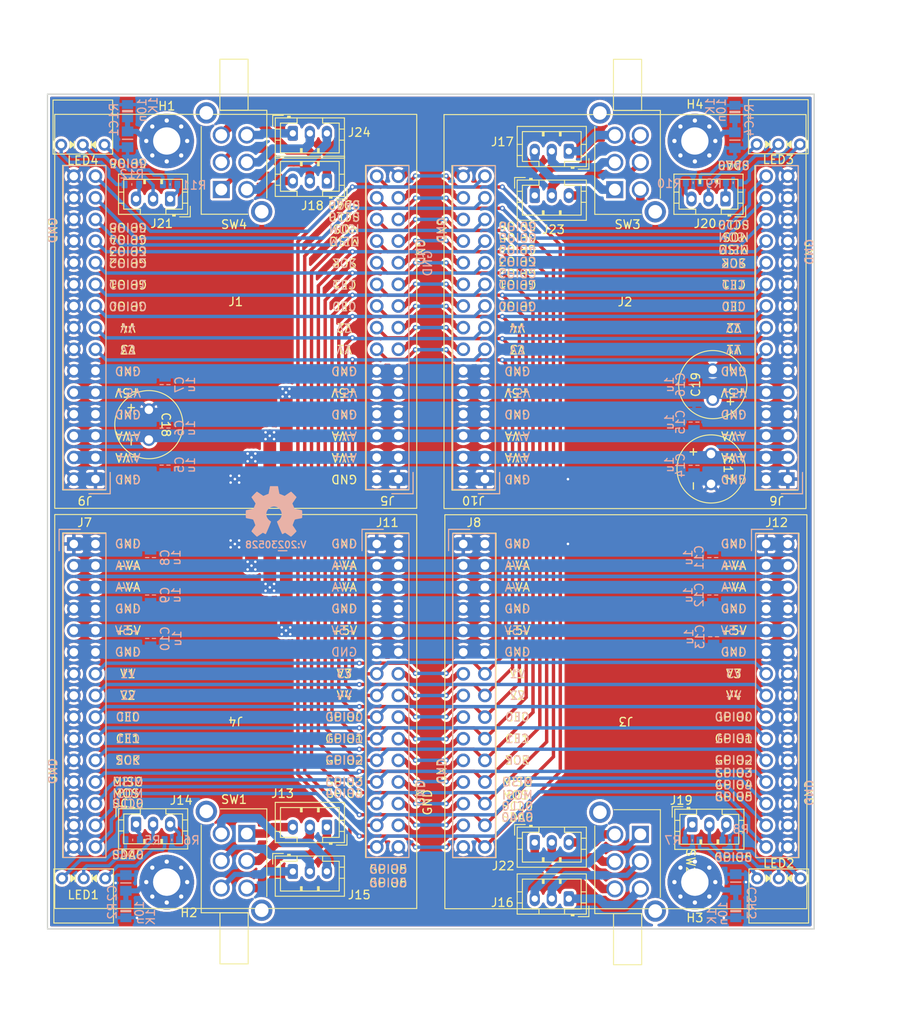
<source format=kicad_pcb>
(kicad_pcb (version 20211014) (generator pcbnew)
  (layers (0 "F.Cu" signal) (31 "B.Cu" signal) (34 "B.Paste" user) (35 "F.Paste" user) (36 "B.SilkS" user "B.Silkscreen") (37 "F.SilkS" user "F.Silkscreen") (38 "B.Mask" user) (39 "F.Mask" user) (44 "Edge.Cuts" user))
  (net 0 "")
  (net 1 "GND")
  (net 2 "/+VA")
  (net 3 "/-VA")
  (net 4 "+5V")
  (net 5 "/V1")
  (net 6 "/V2")
  (net 7 "/GPIO0")
  (net 8 "/GPIO1")
  (net 9 "/MOSI")
  (net 10 "/MISO")
  (net 11 "/SCK")
  (net 12 "/CE0")
  (net 13 "/CE1")
  (net 14 "/GPIO2")
  (net 15 "/GPIO3")
  (net 16 "/GPIO4")
  (net 17 "/GPIO5")
  (net 18 "/GPIO6")
  (net 19 "/SDA0")
  (net 20 "/SCL0")
  (net 21 "Net-(C1-Pad1)")
  (net 22 "Net-(C2-Pad1)")
  (net 23 "Net-(C3-Pad1)")
  (net 24 "Net-(C4-Pad1)")
  (net 25 "Net-(J13-Pad1)")
  (net 26 "Net-(J13-Pad2)")
  (net 27 "Net-(J13-Pad3)")
  (net 28 "Net-(J14-Pad1)")
  (net 29 "Net-(J14-Pad2)")
  (net 30 "Net-(J14-Pad3)")
  (net 31 "Net-(J15-Pad1)")
  (net 32 "Net-(J15-Pad2)")
  (net 33 "Net-(J15-Pad3)")
  (net 34 "Net-(LED1-Pad1)")
  (net 35 "Net-(LED1-Pad3)")
  (net 36 "Net-(J16-Pad1)")
  (net 37 "Net-(J16-Pad2)")
  (net 38 "Net-(J16-Pad3)")
  (net 39 "Net-(J17-Pad1)")
  (net 40 "Net-(J17-Pad2)")
  (net 41 "Net-(J17-Pad3)")
  (net 42 "Net-(J18-Pad1)")
  (net 43 "Net-(J18-Pad2)")
  (net 44 "Net-(J18-Pad3)")
  (net 45 "Net-(J19-Pad1)")
  (net 46 "Net-(J19-Pad2)")
  (net 47 "Net-(J19-Pad3)")
  (net 48 "Net-(J20-Pad1)")
  (net 49 "Net-(J20-Pad2)")
  (net 50 "Net-(J20-Pad3)")
  (net 51 "Net-(J21-Pad1)")
  (net 52 "Net-(J21-Pad2)")
  (net 53 "Net-(J21-Pad3)")
  (net 54 "Net-(J22-Pad1)")
  (net 55 "Net-(J22-Pad2)")
  (net 56 "Net-(J22-Pad3)")
  (net 57 "Net-(J23-Pad1)")
  (net 58 "Net-(J23-Pad2)")
  (net 59 "Net-(J23-Pad3)")
  (net 60 "Net-(J24-Pad1)")
  (net 61 "Net-(J24-Pad2)")
  (net 62 "Net-(J24-Pad3)")
  (net 63 "Net-(LED2-Pad1)")
  (net 64 "Net-(LED2-Pad3)")
  (net 65 "Net-(LED3-Pad1)")
  (net 66 "Net-(LED3-Pad3)")
  (net 67 "Net-(LED4-Pad1)")
  (net 68 "Net-(LED4-Pad3)")
  (net 69 "/V3")
  (net 70 "/V4")
  (footprint "MountingHole:MountingHole_3.2mm_M3_Pad_Via" (layer "F.Cu") (at 127.5 48)
    (fp_text reference "H1")
    (fp_text value "M3")
  )
  (footprint "MountingHole:MountingHole_3.2mm_M3_Pad_Via" (layer "F.Cu") (at 127.5 135)
    (fp_text reference "H2")
    (fp_text value "M3")
  )
  (footprint "MountingHole:MountingHole_3.2mm_M3_Pad_Via" (layer "F.Cu") (at 189.5 135)
    (fp_text reference "H3")
    (fp_text value "M3")
  )
  (footprint "MountingHole:MountingHole_3.2mm_M3_Pad_Via" (layer "F.Cu") (at 189.5 48)
    (fp_text reference "H4")
    (fp_text value "M3")
  )
  (footprint "SquantorConnectorsNamed:module_2x15_right" (layer "F.Cu") (at 117.86 69.91 180)
    (fp_text reference "J9")
    (fp_text value "module_2x15_right_output")
  )
  (footprint "Connector_JST:JST_PH_B3B-PH-K_1x03_P2.00mm_Vertical" (layer "F.Cu") (at 127.9 54.8 180)
    (fp_text reference "J21")
    (fp_text value "Conn_01x03")
  )
  (footprint "Connector_JST:JST_PH_B3B-PH-K_1x03_P2.00mm_Vertical" (layer "F.Cu") (at 123.9 128.2)
    (fp_text reference "J14")
    (fp_text value "Conn_01x03")
  )
  (footprint "SquantorDiodes:LED_DUAL_TH245_90deg" (layer "F.Cu") (at 199.35 134.5575)
    (fp_text reference "LED2")
    (fp_text value "LED_Dual_CC")
  )
  (footprint "SquantorPcbOutline:4by4cm_module" (layer "F.Cu") (at 181.3 67.4)
    (fp_text reference "J2")
    (fp_text value "Proto")
  )
  (footprint "Connector_JST:JST_PH_B3B-PH-K_1x03_P2.00mm_Vertical" (layer "F.Cu") (at 142.3 133.75)
    (fp_text reference "J15")
    (fp_text value "Conn_01x03")
  )
  (footprint "SquantorDiodes:LED_DUAL_TH245_90deg" (layer "F.Cu") (at 117.65 48.4425 180)
    (fp_text reference "LED4")
    (fp_text value "LED_Dual_CC")
  )
  (footprint "SquantorPcbOutline:4by4cm_module" (layer "F.Cu") (at 135.6 115.6 180)
    (fp_text reference "J4")
    (fp_text value "Proto")
  )
  (footprint "SquantorConnectorsNamed:module_2x15_right" (layer "F.Cu") (at 163.58 69.91 180)
    (fp_text reference "J10")
    (fp_text value "module_2x15_right_input")
  )
  (footprint "Connector_JST:JST_PH_B3B-PH-K_1x03_P2.00mm_Vertical" (layer "F.Cu") (at 193.1 54.8 180)
    (fp_text reference "J20")
    (fp_text value "Conn_01x03")
  )
  (footprint "Connector_JST:JST_PH_B3B-PH-K_1x03_P2.00mm_Vertical" (layer "F.Cu") (at 189.2 128.25)
    (fp_text reference "J19")
    (fp_text value "Conn_01x03")
  )
  (footprint "Connector_JST:JST_PH_B3B-PH-K_1x03_P2.00mm_Vertical" (layer "F.Cu") (at 142.3 47.1)
    (fp_text reference "J24")
    (fp_text value "Conn_01x03")
  )
  (footprint "SquantorDiodes:LED_DUAL_TH245_90deg" (layer "F.Cu") (at 117.75 134.5575)
    (fp_text reference "LED1")
    (fp_text value "LED_Dual_CC")
  )
  (footprint "Connector_JST:JST_PH_B3B-PH-K_1x03_P2.00mm_Vertical" (layer "F.Cu") (at 174.7 136.95 180)
    (fp_text reference "J16")
    (fp_text value "Conn_01x03")
  )
  (footprint "SquantorRcl:C-035-080-elco" (layer "F.Cu") (at 191.6 76.6 90)
    (fp_text reference "C19")
    (fp_text value "100u")
  )
  (footprint "Connector_JST:JST_PH_B3B-PH-K_1x03_P2.00mm_Vertical" (layer "F.Cu") (at 146.3 128.55 180)
    (fp_text reference "J13")
    (fp_text value "Conn_01x03")
  )
  (footprint "SquantorSwitches:PS-22F02" (layer "F.Cu") (at 181.6 50.5125 90)
    (fp_text reference "SW3")
    (fp_text value "switch_DPDT")
  )
  (footprint "SquantorConnectorsNamed:module_2x15_left" (layer "F.Cu") (at 163.58 113.09)
    (fp_text reference "J8")
    (fp_text value "module_2x15_left_input")
  )
  (footprint "Connector_JST:JST_PH_B3B-PH-K_1x03_P2.00mm_Vertical" (layer "F.Cu") (at 146.3 52.7 180)
    (fp_text reference "J18")
    (fp_text value "Conn_01x03")
  )
  (footprint "SquantorConnectorsNamed:module_2x15_left" (layer "F.Cu") (at 117.86 113.09)
    (fp_text reference "J7")
    (fp_text value "module_2x15_left_input")
  )
  (footprint "SquantorConnectorsNamed:module_2x15_right" (layer "F.Cu") (at 199.14 113.09)
    (fp_text reference "J12")
    (fp_text value "module_2x15_right_input")
  )
  (footprint "Connector_JST:JST_PH_B3B-PH-K_1x03_P2.00mm_Vertical" (layer "F.Cu") (at 170.7 130.35)
    (fp_text reference "J22")
    (fp_text value "Conn_01x03")
  )
  (footprint "SquantorConnectorsNamed:module_2x15_left" (layer "F.Cu") (at 199.14 69.91 180)
    (fp_text reference "J6")
    (fp_text value "module_2x15_left_input")
  )
  (footprint "SquantorConnectorsNamed:module_2x15_left" (layer "F.Cu") (at 153.42 69.91 180)
    (fp_text reference "J5")
    (fp_text value "module_2x15_left_output")
  )
  (footprint "SquantorConnectorsNamed:module_2x15_right" (layer "F.Cu") (at 153.42 113.09)
    (fp_text reference "J11")
    (fp_text value "module_2x15_right_input")
  )
  (footprint "Connector_JST:JST_PH_B3B-PH-K_1x03_P2.00mm_Vertical" (layer "F.Cu") (at 170.7 54.4)
    (fp_text reference "J23")
    (fp_text value "Conn_01x03")
  )
  (footprint "SquantorSwitches:PS-22F02" (layer "F.Cu") (at 135.4 132.5 -90)
    (fp_text reference "SW1")
    (fp_text value "switch_DPDT")
  )
  (footprint "SquantorDiodes:LED_DUAL_TH245_90deg" (layer "F.Cu") (at 199.3 48.4 180)
    (fp_text reference "LED3")
    (fp_text value "LED_Dual_CC")
  )
  (footprint "SquantorSwitches:PS-22F02" (layer "F.Cu") (at 135.4 50.5 90)
    (fp_text reference "SW4")
    (fp_text value "switch_DPDT")
  )
  (footprint "SquantorPcbOutline:4by4cm_module" (layer "F.Cu") (at 135.6 67.375)
    (fp_text reference "J1")
    (fp_text value "Proto")
  )
  (footprint "Connector_JST:JST_PH_B3B-PH-K_1x03_P2.00mm_Vertical" (layer "F.Cu") (at 174.7 49.2 180)
    (fp_text reference "J17")
    (fp_text value "Conn_01x03")
  )
  (footprint "SquantorRcl:C-035-080-elco" (layer "F.Cu") (at 125.4 81.3 -90)
    (fp_text reference "C18")
    (fp_text value "100u")
  )
  (footprint "SquantorSwitches:PS-22F02" (layer "F.Cu") (at 181.6 132.6 -90)
    (fp_text reference "SW2")
    (fp_text value "switch_DPDT")
  )
  (footprint "SquantorRcl:C-035-080-elco" (layer "F.Cu") (at 191.4 86.5 -90)
    (fp_text reference "C17")
    (fp_text value "100u")
  )
  (footprint "SquantorPcbOutline:4by4cm_module" (layer "F.Cu") (at 181.4 115.625 180)
    (fp_text reference "J3")
    (fp_text value "Proto")
  )
  (footprint "Symbols:OSHW-Symbol_6.7x6mm_SilkScreen" (layer "B.Cu") (at 140.1 91.5 180)
    (fp_text reference "N1" hide)
    (fp_text value "OHWLOGO" hide)
  )
  (footprint "SquantorLabels:Label_Generic" (layer "B.Cu") (at 141.1 95.5 180)
    (fp_text reference "N2" hide)
    (fp_text value "V:20230528")
  )
  (footprint "SquantorRcl:R_0603_hand" (layer "B.Cu") (at 127.9 53.1)
    (fp_text reference "R11")
    (fp_text value "R")
  )
  (footprint "SquantorRcl:R_0603_hand" (layer "B.Cu") (at 123.4 53.1)
    (fp_text reference "R12")
    (fp_text value "R")
  )
  (footprint "SquantorRcl:C_0805+0603" (layer "B.Cu") (at 125.6 96.9 90)
    (fp_text reference "C8")
    (fp_text value "1u")
  )
  (footprint "SquantorRcl:R_0805+0603" (layer "B.Cu") (at 194.3 138.4 -90)
    (fp_text reference "R3")
    (fp_text value "1K")
  )
  (footprint "SquantorRcl:R_0603_hand" (layer "B.Cu") (at 194 52.9 180)
    (fp_text reference "R9")
    (fp_text value "R")
  )
  (footprint "SquantorRcl:C_0805+0603" (layer "B.Cu") (at 189.4 86.075 -90)
    (fp_text reference "C14")
    (fp_text value "1u")
  )
  (footprint "SquantorRcl:C_0805+0603" (layer "B.Cu") (at 125.6 106.4 -90)
    (fp_text reference "C10")
    (fp_text value "1u")
  )
  (footprint "SquantorRcl:R_0603_hand" (layer "B.Cu") (at 193.6 130.1 180)
    (fp_text reference "R8")
    (fp_text value "R")
  )
  (footprint "SquantorRcl:R_0603_hand" (layer "B.Cu") (at 128.1 130.05)
    (fp_text reference "R6")
    (fp_text value "R")
  )
  (footprint "SquantorRcl:C_0805+0603" (layer "B.Cu") (at 127.3 81.7 90)
    (fp_text reference "C6")
    (fp_text value "1u")
  )
  (footprint "SquantorRcl:C_0805+0603" (layer "B.Cu") (at 194.3 135 90)
    (fp_text reference "C3")
    (fp_text value "10n")
  )
  (footprint "SquantorRcl:C_0805+0603" (layer "B.Cu") (at 122.7 135.1 90)
    (fp_text reference "C2")
    (fp_text value "10n")
  )
  (footprint "SquantorRcl:C_0805+0603" (layer "B.Cu") (at 127.3 86.05 -90)
    (fp_text reference "C5")
    (fp_text value "1u")
  )
  (footprint "SquantorRcl:R_0603_hand" (layer "B.Cu") (at 123.5 130.05)
    (fp_text reference "R5")
    (fp_text value "R")
  )
  (footprint "SquantorRcl:C_0805+0603" (layer "B.Cu") (at 191.7 106.2 -90)
    (fp_text reference "C13")
    (fp_text value "1u")
  )
  (footprint "SquantorRcl:R_0603_hand" (layer "B.Cu") (at 189.3 52.9 180)
    (fp_text reference "R10")
    (fp_text value "R")
  )
  (footprint "SquantorRcl:C_0805+0603" (layer "B.Cu") (at 191.6 101.3 -90)
    (fp_text reference "C12")
    (fp_text value "1u")
  )
  (footprint "SquantorRcl:C_0805+0603" (layer "B.Cu") (at 122.9 47.8 -90)
    (fp_text reference "C1")
    (fp_text value "10n")
  )
  (footprint "SquantorRcl:C_0805+0603" (layer "B.Cu") (at 191.6 96.9 90)
    (fp_text reference "C11")
    (fp_text value "1u")
  )
  (footprint "SquantorRcl:R_0603_hand" (layer "B.Cu") (at 189.2 130.1 180)
    (fp_text reference "R7")
    (fp_text value "R")
  )
  (footprint "SquantorRcl:C_0805+0603" (layer "B.Cu") (at 127.3 76.6 90)
    (fp_text reference "C7")
    (fp_text value "1u")
  )
  (footprint "SquantorRcl:R_0805+0603" (layer "B.Cu") (at 194.2 44.6 90)
    (fp_text reference "R4")
    (fp_text value "1K")
  )
  (footprint "SquantorRcl:C_0805+0603" (layer "B.Cu") (at 189.4 76.6 90)
    (fp_text reference "C16")
    (fp_text value "1u")
  )
  (footprint "SquantorRcl:R_0805+0603" (layer "B.Cu") (at 122.7 138.4 -90)
    (fp_text reference "R2")
    (fp_text value "1K")
  )
  (footprint "SquantorRcl:C_0805+0603" (layer "B.Cu") (at 189.4 81 90)
    (fp_text reference "C15")
    (fp_text value "1u")
  )
  (footprint "SquantorRcl:C_0805+0603" (layer "B.Cu") (at 125.6 101.3 -90)
    (fp_text reference "C9")
    (fp_text value "1u")
  )
  (footprint "SquantorRcl:R_0805+0603" (layer "B.Cu") (at 122.9 44.5 90)
    (fp_text reference "R1")
    (fp_text value "1K")
  )
  (footprint "SquantorRcl:C_0805+0603" (layer "B.Cu") (at 194.2 47.9 -90)
    (fp_text reference "C4")
    (fp_text value "10n")
  )
  (gr_line (start 113.5 140.5) (end 203.5 140.5) (layer "Edge.Cuts") (width 0.15))
  (gr_line (start 113.5 42.5) (end 113.5 140.5) (layer "Edge.Cuts") (width 0.15))
  (gr_line (start 203.5 140.5) (end 203.5 42.5) (layer "Edge.Cuts") (width 0.15))
  (gr_line (start 203.5 42.5) (end 113.5 42.5) (layer "Edge.Cuts") (width 0.15))
  (segment (start 160.7 116.6) (end 161.67 115.63) (width 0.6) (layer "F.Cu") (net 1))
  (segment (start 156.4 68.9) (end 160.6 68.9) (width 0.6) (layer "F.Cu") (net 1))
  (segment (start 154.69 69.91) (end 155.39 69.91) (width 0.6) (layer "F.Cu") (net 1))
  (segment (start 154.69 57.21) (end 155.39 57.21) (width 0.6) (layer "F.Cu") (net 1))
  (segment (start 154.69 123.25) (end 155.35 123.25) (width 0.6) (layer "F.Cu") (net 1))
  (segment (start 154.69 125.79) (end 155.39 125.79) (width 0.6) (layer "F.Cu") (net 1))
  (segment (start 161.65 72.45) (end 162.31 72.45) (width 0.6) (layer "F.Cu") (net 1))
  (segment (start 155.41 62.29) (end 156.7 61) (width 0.6) (layer "F.Cu") (net 1))
  (segment (start 156.4 53.7) (end 160.6 53.7) (width 0.6) (layer "F.Cu") (net 1))
  (segment (start 154.69 128.33) (end 155.33 128.33) (width 0.6) (layer "F.Cu") (net 1))
  (segment (start 156.7 61) (end 160.3 61) (width 0.6) (layer "F.Cu") (net 1))
  (segment (start 154.69 64.83) (end 155.37 64.83) (width 0.6) (layer "F.Cu") (net 1))
  (segment (start 160.3 61) (end 161.59 62.29) (width 0.6) (layer "F.Cu") (net 1))
  (segment (start 155.43 54.67) (end 156.4 53.7) (width 0.6) (layer "F.Cu") (net 1))
  (segment (start 155.33 115.63) (end 156.3 116.6) (width 0.6) (layer "F.Cu") (net 1))
  (segment (start 160.6 53.7) (end 161.57 54.67) (width 0.6) (layer "F.Cu") (net 1))
  (segment (start 155.39 113.09) (end 156.4 114.1) (width 0.6) (layer "F.Cu") (net 1))
  (segment (start 161.59 62.29) (end 162.31 62.29) (width 0.6) (layer "F.Cu") (net 1))
  (segment (start 161.73 118.17) (end 162.31 118.17) (width 0.6) (layer "F.Cu") (net 1))
  (segment (start 156.3 71.5) (end 160.7 71.5) (width 0.6) (layer "F.Cu") (net 1))
  (segment (start 155.33 128.33) (end 156.3 129.3) (width 0.6) (layer "F.Cu") (net 1))
  (segment (start 155.41 120.71) (end 156.5 121.8) (width 0.6) (layer "F.Cu") (net 1))
  (segment (start 156.4 111.5) (end 160.7 111.5) (width 0.6) (layer "F.Cu") (net 1))
  (segment (start 156.4 126.8) (end 160.6 126.8) (width 0.6) (layer "F.Cu") (net 1))
  (segment (start 154.69 62.29) (end 155.41 62.29) (width 0.6) (layer "F.Cu") (net 1))
  (segment (start 155.35 123.25) (end 156.3 124.2) (width 0.6) (layer "F.Cu") (net 1))
  (segment (start 154.69 118.17) (end 155.27 118.17) (width 0.6) (layer "F.Cu") (net 1))
  (segment (start 160.7 71.5) (end 161.65 72.45) (width 0.6) (layer "F.Cu") (net 1))
  (segment (start 160.6 126.8) (end 161.61 125.79) (width 0.6) (layer "F.Cu") (net 1))
  (segment (start 161.61 113.09) (end 162.31 113.09) (width 0.6) (layer "F.Cu") (net 1))
  (segment (start 156.35 66.4) (end 160.7 66.4) (width 0.6) (layer "F.Cu") (net 1))
  (segment (start 161.65 59.75) (end 162.31 59.75) (width 0.6) (layer "F.Cu") (net 1))
  (segment (start 160.6 68.9) (end 161.61 69.91) (width 0.6) (layer "F.Cu") (net 1))
  (segment (start 154.69 59.75) (end 155.35 59.75) (width 0.6) (layer "F.Cu") (net 1))
  (segment (start 155.37 52.13) (end 156.4 51.1) (width 0.6) (layer "F.Cu") (net 1))
  (segment (start 154.69 110.55) (end 155.45 110.55) (width 0.6) (layer "F.Cu") (net 1))
  (segment (start 155.37 64.83) (end 156.4 63.8) (width 0.6) (layer "F.Cu") (net 1))
  (segment (start 161.61 69.91) (end 162.31 69.91) (width 0.6) (layer "F.Cu") (net 1))
  (segment (start 155.35 59.75) (end 156.4 58.7) (width 0.6) (layer "F.Cu") (net 1))
  (segment (start 161.61 57.21) (end 162.31 57.21) (width 0.6) (layer "F.Cu") (net 1))
  (segment (start 160.6 114.1) (end 161.61 113.09) (width 0.6) (layer "F.Cu") (net 1))
  (segment (start 161.57 54.67) (end 162.31 54.67) (width 0.6) (layer "F.Cu") (net 1))
  (segment (start 156.3 119.2) (end 160.7 119.2) (width 0.6) (layer "F.Cu") (net 1))
  (segment (start 156.3 116.6) (end 160.7 116.6) (width 0.6) (layer "F.Cu") (net 1))
  (segment (start 156.4 114.1) (end 160.6 114.1) (width 0.6) (layer "F.Cu") (net 1))
  (segment (start 156.5 121.8) (end 160.6 121.8) (width 0.6) (layer "F.Cu") (net 1))
  (segment (start 160.7 111.5) (end 161.65 110.55) (width 0.6) (layer "F.Cu") (net 1))
  (segment (start 156.4 51.1) (end 160.6 51.1) (width 0.6) (layer "F.Cu") (net 1))
  (segment (start 155.39 125.79) (end 156.4 126.8) (width 0.6) (layer "F.Cu") (net 1))
  (segment (start 154.69 72.45) (end 155.35 72.45) (width 0.6) (layer "F.Cu") (net 1))
  (segment (start 161.67 67.37) (end 162.31 67.37) (width 0.6) (layer "F.Cu") (net 1))
  (segment (start 161.65 123.25) (end 162.31 123.25) (width 0.6) (layer "F.Cu") (net 1))
  (segment (start 160.7 66.4) (end 161.67 67.37) (width 0.6) (layer "F.Cu") (net 1))
  (segment (start 154.69 54.67) (end 155.43 54.67) (width 0.6) (layer "F.Cu") (net 1))
  (segment (start 155.45 110.55) (end 156.4 111.5) (width 0.6) (layer "F.Cu") (net 1))
  (segment (start 161.69 120.71) (end 162.31 120.71) (width 0.6) (layer "F.Cu") (net 1))
  (segment (start 154.69 67.37) (end 155.38 67.37) (width 0.6) (layer "F.Cu") (net 1))
  (segment (start 160.6 51.1) (end 161.63 52.13) (width 0.6) (layer "F.Cu") (net 1))
  (segment (start 161.61 125.79) (end 162.31 125.79) (width 0.6) (layer "F.Cu") (net 1))
  (segment (start 161.67 128.33) (end 162.31 128.33) (width 0.6) (layer "F.Cu") (net 1))
  (segment (start 154.69 120.71) (end 155.41 120.71) (width 0.6) (layer "F.Cu") (net 1))
  (segment (start 156.7 55.9) (end 160.3 55.9) (width 0.6) (layer "F.Cu") (net 1))
  (segment (start 160.7 119.2) (end 161.73 118.17) (width 0.6) (layer "F.Cu") (net 1))
  (segment (start 161.65 110.55) (end 162.31 110.55) (width 0.6) (layer "F.Cu") (net 1))
  (segment (start 156.4 58.7) (end 160.6 58.7) (width 0.6) (layer "F.Cu") (net 1))
  (segment (start 160.6 121.8) (end 161.69 120.71) (width 0.6) (layer "F.Cu") (net 1))
  (segment (start 155.39 57.21) (end 156.7 55.9) (width 0.6) (layer "F.Cu") (net 1))
  (segment (start 154.69 113.09) (end 155.39 113.09) (width 0.6) (layer "F.Cu") (net 1))
  (segment (start 160.6 63.8) (end 161.63 64.83) (width 0.6) (layer "F.Cu") (net 1))
  (segment (start 160.6 58.7) (end 161.65 59.75) (width 0.6) (layer "F.Cu") (net 1))
  (segment (start 156.3 129.3) (end 160.7 129.3) (width 0.6) (layer "F.Cu") (net 1))
  (segment (start 154.69 52.13) (end 155.37 52.13) (width 0.6) (layer "F.Cu") (net 1))
  (segment (start 154.69 115.63) (end 155.33 115.63) (width 0.6) (layer "F.Cu") (net 1))
  (segment (start 156.3 124.2) (end 160.7 124.2) (width 0.6) (layer "F.Cu") (net 1))
  (segment (start 161.67 115.63) (end 162.31 115.63) (width 0.6) (layer "F.Cu") (net 1))
  (segment (start 155.27 118.17) (end 156.3 119.2) (width 0.6) (layer "F.Cu") (net 1))
  (segment (start 155.39 69.91) (end 156.4 68.9) (width 0.6) (layer "F.Cu") (net 1))
  (segment (start 160.3 55.9) (end 161.61 57.21) (width 0.6) (layer "F.Cu") (net 1))
  (segment (start 161.63 64.83) (end 162.31 64.83) (width 0.6) (layer "F.Cu") (net 1))
  (segment (start 160.7 129.3) (end 161.67 128.33) (width 0.6) (layer "F.Cu") (net 1))
  (segment (start 160.7 124.2) (end 161.65 123.25) (width 0.6) (layer "F.Cu") (net 1))
  (segment (start 161.63 52.13) (end 162.31 52.13) (width 0.6) (layer "F.Cu") (net 1))
  (segment (start 155.38 67.37) (end 156.35 66.4) (width 0.6) (layer "F.Cu") (net 1))
  (segment (start 155.35 72.45) (end 156.3 71.5) (width 0.6) (layer "F.Cu") (net 1))
  (segment (start 156.4 63.8) (end 160.6 63.8) (width 0.6) (layer "F.Cu") (net 1))
  (via (at 135 87.3) (size 0.6) (drill 0.3) (layers "F.Cu" "B.Cu") (net 1))
  (via (at 136 87.3) (size 0.6) (drill 0.3) (layers "F.Cu" "B.Cu") (net 1))
  (via (at 136 95.7) (size 0.6) (drill 0.3) (layers "F.Cu" "B.Cu") (net 1))
  (via (at 135.5 95.31) (size 0.6) (drill 0.3) (layers "F.Cu" "B.Cu") (net 1))
  (via (at 174.6 87.7) (size 0.6) (drill 0.3) (layers "F.Cu" "B.Cu") (net 1))
  (via (at 174.6 95.3) (size 0.6) (drill 0.3) (layers "F.Cu" "B.Cu") (net 1))
  (via (at 136 94.9) (size 0.6) (drill 0.3) (layers "F.Cu" "B.Cu") (net 1))
  (via (at 124 139.2) (size 0.6) (drill 0.3) (layers "F.Cu" "B.Cu") (net 1))
  (via (at 121.5 135.1) (size 0.6) (drill 0.3) (layers "F.Cu" "B.Cu") (net 1))
  (via (at 135 95.7) (size 0.6) (drill 0.3) (layers "F.Cu" "B.Cu") (net 1))
  (via (at 135 94.9) (size 0.6) (drill 0.3) (layers "F.Cu" "B.Cu") (net 1))
  (via (at 192.9 139.2) (size 0.6) (drill 0.3) (layers "F.Cu" "B.Cu") (net 1))
  (via (at 135.5 87.69) (size 0.6) (drill 0.3) (layers "F.Cu" "B.Cu") (net 1))
  (via (at 135 88.1) (size 0.6) (drill 0.3) (layers "F.Cu" "B.Cu") (net 1))
  (via (at 136 88.1) (size 0.6) (drill 0.3) (layers "F.Cu" "B.Cu") (net 1))
  (via (at 195.5 135) (size 0.6) (drill 0.3) (layers "F.Cu" "B.Cu") (net 1))
  (segment (start 200.41 95.31) (end 173.5995 95.31) (width 1.5) (layer "B.Cu") (net 1))
  (segment (start 200.41 87.69) (end 173.5995 87.69) (width 1.5) (layer "B.Cu") (net 1))
  (segment (start 116.59 108.01) (end 200.41 108.01) (width 1.5) (layer "B.Cu") (net 1))
  (segment (start 116.59 102.93) (end 130.2505 102.93) (width 1.5) (layer "B.Cu") (net 1))
  (segment (start 137.01 87.69) (end 173.5995 87.69) (width 1.5) (layer "B.Cu") (net 1))
  (segment (start 116.59 87.69) (end 137.01 87.69) (width 1.5) (layer "B.Cu") (net 1))
  (segment (start 116.59 80.07) (end 200.41 80.07) (width 1.5) (layer "B.Cu") (net 1))
  (segment (start 136.89 95.31) (end 173.5995 95.31) (width 1.5) (layer "B.Cu") (net 1))
  (segment (start 116.59 95.31) (end 136.89 95.31) (width 1.5) (layer "B.Cu") (net 1))
  (segment (start 116.59 74.99) (end 200.41 74.99) (width 1.5) (layer "B.Cu") (net 1))
  (segment (start 200.41 102.93) (end 130.2505 102.93) (width 1.5) (layer "B.Cu") (net 1))
  (segment (start 137.45 85.15) (end 137.45 97.85) (width 1.5) (layer "F.Cu") (net 2))
  (via (at 137.9 97.4) (size 0.6) (drill 0.3) (layers "F.Cu" "B.Cu") (net 2))
  (via (at 137.45 85.15) (size 0.6) (drill 0.3) (layers "F.Cu" "B.Cu") (net 2))
  (via (at 137.45 97.85) (size 0.6) (drill 0.3) (layers "F.Cu" "B.Cu") (net 2))
  (via (at 137.9 85.6) (size 0.6) (drill 0.3) (layers "F.Cu" "B.Cu") (net 2))
  (via (at 137.9 98.3) (size 0.6) (drill 0.3) (layers "F.Cu" "B.Cu") (net 2))
  (via (at 137 97.4) (size 0.6) (drill 0.3) (layers "F.Cu" "B.Cu") (net 2))
  (via (at 137 84.7) (size 0.6) (drill 0.3) (layers "F.Cu" "B.Cu") (net 2))
  (via (at 137 98.3) (size 0.6) (drill 0.3) (layers "F.Cu" "B.Cu") (net 2))
  (via (at 137.9 84.7) (size 0.6) (drill 0.3) (layers "F.Cu" "B.Cu") (net 2))
  (via (at 137 85.6) (size 0.6) (drill 0.3) (layers "F.Cu" "B.Cu") (net 2))
  (segment (start 137.45 97.85) (end 200.41 97.85) (width 1.5) (layer "B.Cu") (net 2))
  (segment (start 116.59 85.15) (end 137.45 85.15) (width 1.5) (layer "B.Cu") (net 2))
  (segment (start 116.59 97.85) (end 137.45 97.85) (width 1.5) (layer "B.Cu") (net 2))
  (segment (start 137.45 85.15) (end 200.41 85.15) (width 1.5) (layer "B.Cu") (net 2))
  (segment (start 139.6 82.6) (end 139.6 100.4) (width 1.5) (layer "F.Cu") (net 3))
  (via (at 140.1 100.8) (size 0.6) (drill 0.3) (layers "F.Cu" "B.Cu") (net 3))
  (via (at 140.1 82.2) (size 0.6) (drill 0.3) (layers "F.Cu" "B.Cu") (net 3))
  (via (at 139.6 100.4) (size 0.6) (drill 0.3) (layers "F.Cu" "B.Cu") (net 3))
  (via (at 139.59 82.61) (size 0.6) (drill 0.3) (layers "F.Cu" "B.Cu") (net 3))
  (via (at 139.1 82.2) (size 0.6) (drill 0.3) (layers "F.Cu" "B.Cu") (net 3))
  (via (at 139.1 100) (size 0.6) (drill 0.3) (layers "F.Cu" "B.Cu") (net 3))
  (via (at 139.1 83) (size 0.6) (drill 0.3) (layers "F.Cu" "B.Cu") (net 3))
  (via (at 139.1 100.8) (size 0.6) (drill 0.3) (layers "F.Cu" "B.Cu") (net 3))
  (via (at 140.1 83) (size 0.6) (drill 0.3) (layers "F.Cu" "B.Cu") (net 3))
  (via (at 140.1 100) (size 0.6) (drill 0.3) (layers "F.Cu" "B.Cu") (net 3))
  (segment (start 139.19 82.61) (end 139.59 82.61) (width 1.5) (layer "B.Cu") (net 3))
  (segment (start 139.61 100.39) (end 139.21 100.39) (width 1.5) (layer "B.Cu") (net 3))
  (segment (start 116.59 100.39) (end 129.39 100.39) (width 1.5) (layer "B.Cu") (net 3))
  (segment (start 116.59 82.61) (end 139.19 82.61) (width 1.5) (layer "B.Cu") (net 3))
  (segment (start 139.59 82.61) (end 200.41 82.61) (width 1.5) (layer "B.Cu") (net 3))
  (segment (start 139.21 100.39) (end 129.39 100.39) (width 1.5) (layer "B.Cu") (net 3))
  (segment (start 200.41 100.39) (end 139.61 100.39) (width 1.5) (layer "B.Cu") (net 3))
  (segment (start 141.530002 105.439998) (end 141.530002 77.560002) (width 1.5) (layer "F.Cu") (net 4))
  (segment (start 141.5 105.47) (end 141.530002 105.439998) (width 1.5) (layer "F.Cu") (net 4))
  (segment (start 141.530002 77.560002) (end 141.5 77.53) (width 1.5) (layer "F.Cu") (net 4))
  (via (at 141.5 105.47) (size 0.6) (drill 0.3) (layers "F.Cu" "B.Cu") (net 4))
  (via (at 142 105.1) (size 0.6) (drill 0.3) (layers "F.Cu" "B.Cu") (net 4))
  (via (at 141.1 77.1) (size 0.6) (drill 0.3) (layers "F.Cu" "B.Cu") (net 4))
  (via (at 141.1 78) (size 0.6) (drill 0.3) (layers "F.Cu" "B.Cu") (net 4))
  (via (at 141.9 77.1) (size 0.6) (drill 0.3) (layers "F.Cu" "B.Cu") (net 4))
  (via (at 141 105.9) (size 0.6) (drill 0.3) (layers "F.Cu" "B.Cu") (net 4))
  (via (at 141.5 77.53) (size 0.6) (drill 0.3) (layers "F.Cu" "B.Cu") (net 4))
  (via (at 141 105.1) (size 0.6) (drill 0.3) (layers "F.Cu" "B.Cu") (net 4))
  (via (at 142 105.9) (size 0.6) (drill 0.3) (layers "F.Cu" "B.Cu") (net 4))
  (via (at 141.9 78) (size 0.6) (drill 0.3) (layers "F.Cu" "B.Cu") (net 4))
  (segment (start 141.53 105.47) (end 133.5 105.47) (width 1.5) (layer "B.Cu") (net 4))
  (segment (start 131.53 105.47) (end 133.5 105.47) (width 1.5) (layer "B.Cu") (net 4))
  (segment (start 200.41 105.47) (end 141.53 105.47) (width 1.5) (layer "B.Cu") (net 4))
  (segment (start 116.59 105.47) (end 131.53 105.47) (width 1.5) (layer "B.Cu") (net 4))
  (segment (start 116.59 77.53) (end 200.41 77.53) (width 1.5) (layer "B.Cu") (net 4))
  (segment (start 167.3 108.1) (end 167.3 74.1) (width 0.4) (layer "F.Cu") (net 5))
  (segment (start 164.85 110.55) (end 167.3 108.1) (width 0.4) (layer "F.Cu") (net 5))
  (segment (start 150.1 109.3) (end 155.5 109.3) (width 0.4) (layer "F.Cu") (net 5))
  (segment (start 160.3 110.5) (end 161.59 109.21) (width 0.4) (layer "F.Cu") (net 5))
  (segment (start 166.9 73.7) (end 161.5 73.7) (width 0.4) (layer "F.Cu") (net 5))
  (segment (start 167.3 74.1) (end 166.9 73.7) (width 0.4) (layer "F.Cu") (net 5))
  (segment (start 155.5 109.3) (end 156.7 110.5) (width 0.4) (layer "F.Cu") (net 5))
  (segment (start 163.51 109.21) (end 164.85 110.55) (width 0.4) (layer "F.Cu") (net 5))
  (segment (start 156.7 72.5) (end 155.55 73.65) (width 0.4) (layer "F.Cu") (net 5))
  (segment (start 153.35 73.65) (end 152.15 72.45) (width 0.4) (layer "F.Cu") (net 5))
  (segment (start 155.55 73.65) (end 153.35 73.65) (width 0.4) (layer "F.Cu") (net 5))
  (segment (start 161.5 73.7) (end 160.3 72.5) (width 0.4) (layer "F.Cu") (net 5))
  (segment (start 161.59 109.21) (end 163.51 109.21) (width 0.4) (layer "F.Cu") (net 5))
  (via (at 160.3 72.5) (size 0.6) (drill 0.3) (layers "F.Cu" "B.Cu") (net 5))
  (via (at 156.7 72.5) (size 0.6) (drill 0.3) (layers "F.Cu" "B.Cu") (net 5))
  (via (at 166.9 73.7) (size 0.6) (drill 0.3) (layers "F.Cu" "B.Cu") (net 5))
  (via (at 160.3 110.5) (size 0.6) (drill 0.3) (layers "F.Cu" "B.Cu") (net 5))
  (via (at 156.7 110.5) (size 0.6) (drill 0.3) (layers "F.Cu" "B.Cu") (net 5))
  (via (at 150.1 109.3) (size 0.6) (drill 0.3) (layers "F.Cu" "B.Cu") (net 5))
  (segment (start 119.13 110.55) (end 120.38 109.3) (width 0.4) (layer "B.Cu") (net 5))
  (segment (start 196.62 73.7) (end 166.9 73.7) (width 0.4) (layer "B.Cu") (net 5))
  (segment (start 120.38 109.3) (end 150.1 109.3) (width 0.4) (layer "B.Cu") (net 5))
  (segment (start 197.87 72.45) (end 196.62 73.7) (width 0.4) (layer "B.Cu") (net 5))
  (segment (start 156.7 110.5) (end 160.3 110.5) (width 0.4) (layer "B.Cu") (net 5))
  (segment (start 160.3 72.5) (end 156.7 72.5) (width 0.4) (layer "B.Cu") (net 5))
  (segment (start 155.49 71.11) (end 153.35 71.11) (width 0.4) (layer "F.Cu") (net 6))
  (segment (start 163.56 111.8) (end 164.85 113.09) (width 0.4) (layer "F.Cu") (net 6))
  (segment (start 166.9 71.2) (end 161.6 71.2) (width 0.4) (layer "F.Cu") (net 6))
  (segment (start 156.7 69.9) (end 155.49 71.11) (width 0.4) (layer "F.Cu") (net 6))
  (segment (start 161.6 71.2) (end 160.3 69.9) (width 0.4) (layer "F.Cu") (net 6))
  (segment (start 155.4 111.8) (end 156.7 113.1) (width 0.4) (layer "F.Cu") (net 6))
  (segment (start 168.1 109.84) (end 168.1 72.4) (width 0.4) (layer "F.Cu") (net 6))
  (segment (start 168.1 72.4) (end 166.9 71.2) (width 0.4) (layer "F.Cu") (net 6))
  (segment (start 150.1 111.8) (end 155.4 111.8) (width 0.4) (layer "F.Cu") (net 6))
  (segment (start 164.85 113.09) (end 168.1 109.84) (width 0.4) (layer "F.Cu") (net 6))
  (segment (start 161.6 111.8) (end 163.56 111.8) (width 0.4) (layer "F.Cu") (net 6))
  (segment (start 160.3 113.1) (end 161.6 111.8) (width 0.4) (layer "F.Cu") (net 6))
  (segment (start 153.35 71.11) (end 152.15 69.91) (width 0.4) (layer "F.Cu") (net 6))
  (via (at 156.7 113.1) (size 0.6) (drill 0.3) (layers "F.Cu" "B.Cu") (net 6))
  (via (at 150.1 111.8) (size 0.6) (drill 0.3) (layers "F.Cu" "B.Cu") (net 6))
  (via (at 160.3 69.9) (size 0.6) (drill 0.3) (layers "F.Cu" "B.Cu") (net 6))
  (via (at 166.9 71.2) (size 0.6) (drill 0.3) (layers "F.Cu" "B.Cu") (net 6))
  (via (at 160.3 113.1) (size 0.6) (drill 0.3) (layers "F.Cu" "B.Cu") (net 6))
  (via (at 156.7 69.9) (size 0.6) (drill 0.3) (layers "F.Cu" "B.Cu") (net 6))
  (segment (start 197.87 69.91) (end 196.58 71.2) (width 0.4) (layer "B.Cu") (net 6))
  (segment (start 156.7 113.1) (end 160.3 113.1) (width 0.4) (layer "B.Cu") (net 6))
  (segment (start 120.42 111.8) (end 150.1 111.8) (width 0.4) (layer "B.Cu") (net 6))
  (segment (start 196.58 71.2) (end 166.9 71.2) (width 0.4) (layer "B.Cu") (net 6))
  (segment (start 119.13 113.09) (end 120.42 111.8) (width 0.4) (layer "B.Cu") (net 6))
  (segment (start 160.3 69.9) (end 156.7 69.9) (width 0.4) (layer "B.Cu") (net 6))
  (segment (start 147.7 70.2) (end 149.3 68.6) (width 0.4) (layer "F.Cu") (net 7))
  (segment (start 147.7 113.3) (end 147.7 70.2) (width 0.4) (layer "F.Cu") (net 7))
  (segment (start 152.15 115.63) (end 150.03 115.63) (width 0.4) (layer "F.Cu") (net 7))
  (segment (start 150.03 115.63) (end 147.7 113.3) (width 0.4) (layer "F.Cu") (net 7))
  (via (at 149.3 68.6) (size 0.6) (drill 0.3) (layers "F.Cu" "B.Cu") (net 7))
  (segment (start 119.13 67.37) (end 120.36 68.6) (width 0.4) (layer "B.Cu") (net 7))
  (segment (start 120.36 68.6) (end 163.62 68.6) (width 0.4) (layer "B.Cu") (net 7))
  (segment (start 197.87 115.63) (end 196.64 114.4) (width 0.4) (layer "B.Cu") (net 7))
  (segment (start 153.38 114.4) (end 152.15 115.63) (width 0.4) (layer "B.Cu") (net 7))
  (segment (start 196.64 114.4) (end 153.38 114.4) (width 0.4) (layer "B.Cu") (net 7))
  (segment (start 163.62 68.6) (end 164.85 67.37) (width 0.4) (layer "B.Cu") (net 7))
  (segment (start 146.9 68.5) (end 149.3 66.1) (width 0.4) (layer "F.Cu") (net 8))
  (segment (start 152.15 118.17) (end 149.97 118.17) (width 0.4) (layer "F.Cu") (net 8))
  (segment (start 146.9 115.1) (end 146.9 68.5) (width 0.4) (layer "F.Cu") (net 8))
  (segment (start 149.97 118.17) (end 146.9 115.1) (width 0.4) (layer "F.Cu") (net 8))
  (via (at 149.3 66.1) (size 0.6) (drill 0.3) (layers "F.Cu" "B.Cu") (net 8))
  (segment (start 196.6 116.9) (end 153.42 116.9) (width 0.4) (layer "B.Cu") (net 8))
  (segment (start 153.42 116.9) (end 152.15 118.17) (width 0.4) (layer "B.Cu") (net 8))
  (segment (start 120.4 66.1) (end 163.58 66.1) (width 0.4) (layer "B.Cu") (net 8))
  (segment (start 119.13 64.83) (end 120.4 66.1) (width 0.4) (layer "B.Cu") (net 8))
  (segment (start 163.58 66.1) (end 164.85 64.83) (width 0.4) (layer "B.Cu") (net 8))
  (segment (start 197.87 118.17) (end 196.6 116.9) (width 0.4) (layer "B.Cu") (net 8))
  (segment (start 156.7 125.8) (end 155.4 124.5) (width 0.4) (layer "F.Cu") (net 9))
  (segment (start 161.6 58.5) (end 166.9 58.5) (width 0.4) (layer "F.Cu") (net 9))
  (segment (start 162.1 124.5) (end 161.6 124.5) (width 0.4) (layer "F.Cu") (net 9))
  (segment (start 172.1 118.54) (end 164.85 125.79) (width 0.4) (layer "F.Cu") (net 9))
  (segment (start 155.4 58.5) (end 156.7 57.2) (width 0.4) (layer "F.Cu") (net 9))
  (segment (start 154.9 124.5) (end 150.1 124.5) (width 0.4) (layer "F.Cu") (net 9))
  (segment (start 161.6 124.5) (end 160.3 125.8) (width 0.4) (layer "F.Cu") (net 9))
  (segment (start 172.1 63.7) (end 172.1 118.54) (width 0.4) (layer "F.Cu") (net 9))
  (segment (start 166.9 58.5) (end 172.1 63.7) (width 0.4) (layer "F.Cu") (net 9))
  (segment (start 164.85 125.79) (end 163.56 124.5) (width 0.4) (layer "F.Cu") (net 9))
  (segment (start 160.3 57.2) (end 161.6 58.5) (width 0.4) (layer "F.Cu") (net 9))
  (segment (start 163.56 124.5) (end 162.1 124.5) (width 0.4) (layer "F.Cu") (net 9))
  (segment (start 152.15 57.21) (end 153.44 58.5) (width 0.4) (layer "F.Cu") (net 9))
  (segment (start 153.44 58.5) (end 155.4 58.5) (width 0.4) (layer "F.Cu") (net 9))
  (segment (start 155.4 124.5) (end 154.9 124.5) (width 0.4) (layer "F.Cu") (net 9))
  (via (at 150.1 124.5) (size 0.6) (drill 0.3) (layers "F.Cu" "B.Cu") (net 9))
  (via (at 160.3 57.2) (size 0.6) (drill 0.3) (layers "F.Cu" "B.Cu") (net 9))
  (via (at 160.3 125.8) (size 0.6) (drill 0.3) (layers "F.Cu" "B.Cu") (net 9))
  (via (at 166.9 58.5) (size 0.6) (drill 0.3) (layers "F.Cu" "B.Cu") (net 9))
  (via (at 156.7 125.8) (size 0.6) (drill 0.3) (layers "F.Cu" "B.Cu") (net 9))
  (via (at 156.7 57.2) (size 0.6) (drill 0.3) (layers "F.Cu" "B.Cu") (net 9))
  (segment (start 197.87 57.21) (end 194.88 60.2) (width 0.4) (layer "B.Cu") (net 9))
  (segment (start 156.7 57.2) (end 160.3 57.2) (width 0.4) (layer "B.Cu") (net 9))
  (segment (start 148.6 123) (end 150.1 124.5) (width 0.4) (layer "B.Cu") (net 9))
  (segment (start 120.3 124.3) (end 121.6 123) (width 0.4) (layer "B.Cu") (net 9))
  (segment (start 168.6 60.2) (end 166.9 58.5) (width 0.4) (layer "B.Cu") (net 9))
  (segment (start 121.6 123) (end 148.6 123) (width 0.4) (layer "B.Cu") (net 9))
  (segment (start 119.13 125.79) (end 120.3 124.62) (width 0.4) (layer "B.Cu") (net 9))
  (segment (start 194.88 60.2) (end 168.6 60.2) (width 0.4) (layer "B.Cu") (net 9))
  (segment (start 120.3 124.62) (end 120.3 124.3) (width 0.4) (layer "B.Cu") (net 9))
  (segment (start 160.3 125.8) (end 156.7 125.8) (width 0.4) (layer "B.Cu") (net 9))
  (segment (start 152.15 59.75) (end 153.4 61) (width 0.4) (layer "F.Cu") (net 10))
  (segment (start 163.6 122) (end 162.1 122) (width 0.4) (layer "F.Cu") (net 10))
  (segment (start 154.8 122) (end 150.1 122) (width 0.4) (layer "F.Cu") (net 10))
  (segment (start 160.3 59.7) (end 161.6 61) (width 0.4) (layer "F.Cu") (net 10))
  (segment (start 162.1 122) (end 161.5 122) (width 0.4) (layer "F.Cu") (net 10))
  (segment (start 161.5 122) (end 160.3 123.2) (width 0.4) (layer "F.Cu") (net 10))
  (segment (start 153.4 61) (end 155.4 61) (width 0.4) (layer "F.Cu") (net 10))
  (segment (start 155.4 61) (end 156.7 59.7) (width 0.4) (layer "F.Cu") (net 10))
  (segment (start 156.7 123.2) (end 155.5 122) (width 0.4) (layer "F.Cu") (net 10))
  (segment (start 166.9 61) (end 171.3 65.4) (width 0.4) (layer "F.Cu") (net 10))
  (segment (start 171.3 65.4) (end 171.3 116.8) (width 0.4) (layer "F.Cu") (net 10))
  (segment (start 171.3 116.8) (end 164.85 123.25) (width 0.4) (layer "F.Cu") (net 10))
  (segment (start 155.5 122) (end 154.8 122) (width 0.4) (layer "F.Cu") (net 10))
  (segment (start 164.85 123.25) (end 163.6 122) (width 0.4) (layer "F.Cu") (net 10))
  (segment (start 161.6 61) (end 166.9 61) (width 0.4) (layer "F.Cu") (net 10))
  (via (at 160.3 59.7) (size 0.6) (drill 0.3) (layers "F.Cu" "B.Cu") (net 10))
  (via (at 156.7 59.7) (size 0.6) (drill 0.3) (layers "F.Cu" "B.Cu") (net 10))
  (via (at 150.1 122) (size 0.6) (drill 0.3) (layers "F.Cu" "B.Cu") (net 10))
  (via (at 166.9 61) (size 0.6) (drill 0.3) (layers "F.Cu" "B.Cu") (net 10))
  (via (at 156.7 123.2) (size 0.6) (drill 0.3) (layers "F.Cu" "B.Cu") (net 10))
  (via (at 160.3 123.2) (size 0.6) (drill 0.3) (layers "F.Cu" "B.Cu") (net 10))
  (segment (start 160.3 59.7) (end 156.7 59.7) (width 0.4) (layer "B.Cu") (net 10))
  (segment (start 149.9 122.2) (end 120.18 122.2) (width 0.4) (layer "B.Cu") (net 10))
  (segment (start 120.18 122.2) (end 119.13 123.25) (width 0.4) (layer "B.Cu") (net 10))
  (segment (start 150.1 122) (end 149.9 122.2) (width 0.4) (layer "B.Cu") (net 10))
  (segment (start 196.62 61) (end 166.9 61) (width 0.4) (layer "B.Cu") (net 10))
  (segment (start 160.3 123.2) (end 156.7 123.2) (width 0.4) (layer "B.Cu") (net 10))
  (segment (start 197.87 59.75) (end 196.62 61) (width 0.4) (layer "B.Cu") (net 10))
  (segment (start 155.4 119.4) (end 154.3 119.4) (width 0.4) (layer "F.Cu") (net 11))
  (segment (start 163.54 119.4) (end 162.6 119.4) (width 0.4) (layer "F.Cu") (net 11))
  (segment (start 156.7 120.7) (end 155.4 119.4) (width 0.4) (layer "F.Cu") (net 11))
  (segment (start 166.9 63.5) (end 170.5 67.1) (width 0.4) (layer "F.Cu") (net 11))
  (segment (start 154.3 119.4) (end 150.1 119.4) (width 0.4) (layer "F.Cu") (net 11))
  (segment (start 153.36 63.5) (end 155.5 63.5) (width 0.4) (layer "F.Cu") (net 11))
  (segment (start 152.15 62.29) (end 153.36 63.5) (width 0.4) (layer "F.Cu") (net 11))
  (segment (start 160.3 62.3) (end 161.5 63.5) (width 0.4) (layer "F.Cu") (net 11))
  (segment (start 164.85 120.71) (end 163.54 119.4) (width 0.4) (layer "F.Cu") (net 11))
  (segment (start 162.6 119.4) (end 161.6 119.4) (width 0.4) (layer "F.Cu") (net 11))
  (segment (start 155.5 63.5) (end 156.7 62.3) (width 0.4) (layer "F.Cu") (net 11))
  (segment (start 170.5 115.06) (end 164.85 120.71) (width 0.4) (layer "F.Cu") (net 11))
  (segment (start 170.5 67.1) (end 170.5 115.06) (width 0.4) (layer "F.Cu") (net 11))
  (segment (start 161.6 119.4) (end 160.3 120.7) (width 0.4) (layer "F.Cu") (net 11))
  (segment (start 161.5 63.5) (end 166.9 63.5) (width 0.4) (layer "F.Cu") (net 11))
  (via (at 156.7 62.3) (size 0.6) (drill 0.3) (layers "F.Cu" "B.Cu") (net 11))
  (via (at 160.3 120.7) (size 0.6) (drill 0.3) (layers "F.Cu" "B.Cu") (net 11))
  (via (at 150.1 119.4) (size 0.6) (drill 0.3) (layers "F.Cu" "B.Cu") (net 11))
  (via (at 156.7 120.7) (size 0.6) (drill 0.3) (layers "F.Cu" "B.Cu") (net 11))
  (via (at 166.9 63.5) (size 0.6) (drill 0.3) (layers "F.Cu" "B.Cu") (net 11))
  (via (at 160.3 62.3) (size 0.6) (drill 0.3) (layers "F.Cu" "B.Cu") (net 11))
  (segment (start 197.87 62.29) (end 196.66 63.5) (width 0.4) (layer "B.Cu") (net 11))
  (segment (start 160.3 120.7) (end 156.7 120.7) (width 0.4) (layer "B.Cu") (net 11))
  (segment (start 120.44 119.4) (end 119.13 120.71) (width 0.4) (layer "B.Cu") (net 11))
  (segment (start 196.66 63.5) (end 166.9 63.5) (width 0.4) (layer "B.Cu") (net 11))
  (segment (start 156.7 62.3) (end 160.3 62.3) (width 0.4) (layer "B.Cu") (net 11))
  (segment (start 150.1 119.4) (end 120.44 119.4) (width 0.4) (layer "B.Cu") (net 11))
  (segment (start 163.62 114.4) (end 162.7 114.4) (width 0.4) (layer "F.Cu") (net 12))
  (segment (start 164.85 115.63) (end 163.62 114.4) (width 0.4) (layer "F.Cu") (net 12))
  (segment (start 152.15 67.37) (end 153.38 68.6) (width 0.4) (layer "F.Cu") (net 12))
  (segment (start 155.5 114.4) (end 154.6 114.4) (width 0.4) (layer "F.Cu") (net 12))
  (segment (start 168.9 111.58) (end 164.85 115.63) (width 0.4) (layer "F.Cu") (net 12))
  (segment (start 168.9 70.6) (end 168.9 111.58) (width 0.4) (layer "F.Cu") (net 12))
  (segment (start 161.5 68.6) (end 166.9 68.6) (width 0.4) (layer "F.Cu") (net 12))
  (segment (start 166.9 68.6) (end 168.9 70.6) (width 0.4) (layer "F.Cu") (net 12))
  (segment (start 160.3 67.4) (end 161.5 68.6) (width 0.4) (layer "F.Cu") (net 12))
  (segment (start 155.5 68.6) (end 156.7 67.4) (width 0.4) (layer "F.Cu") (net 12))
  (segment (start 156.7 115.6) (end 155.5 114.4) (width 0.4) (layer "F.Cu") (net 12))
  (segment (start 162.7 114.4) (end 161.5 114.4) (width 0.4) (layer "F.Cu") (net 12))
  (segment (start 161.5 114.4) (end 160.3 115.6) (width 0.4) (layer "F.Cu") (net 12))
  (segment (start 154.6 114.4) (end 150.1 114.4) (width 0.4) (layer "F.Cu") (net 12))
  (segment (start 153.38 68.6) (end 155.5 68.6) (width 0.4) (layer "F.Cu") (net 12))
  (via (at 156.7 67.4) (size 0.6) (drill 0.3) (layers "F.Cu" "B.Cu") (net 12))
  (via (at 166.9 68.6) (size 0.6) (drill 0.3) (layers "F.Cu" "B.Cu") (net 12))
  (via (at 160.3 67.4) (size 0.6) (drill 0.3) (layers "F.Cu" "B.Cu") (net 12))
  (via (at 150.1 114.4) (size 0.6) (drill 0.3) (layers "F.Cu" "B.Cu") (net 12))
  (via (at 160.3 115.6) (size 0.6) (drill 0.3) (layers "F.Cu" "B.Cu") (net 12))
  (via (at 156.7 115.6) (size 0.6) (drill 0.3) (layers "F.Cu" "B.Cu") (net 12))
  (segment (start 160.3 115.6) (end 156.7 115.6) (width 0.4) (layer "B.Cu") (net 12))
  (segment (start 196.64 68.6) (end 166.9 68.6) (width 0.4) (layer "B.Cu") (net 12))
  (segment (start 150.1 114.4) (end 120.36 114.4) (width 0.4) (layer "B.Cu") (net 12))
  (segment (start 197.87 67.37) (end 196.64 68.6) (width 0.4) (layer "B.Cu") (net 12))
  (segment (start 120.36 114.4) (end 119.13 115.63) (width 0.4) (layer "B.Cu") (net 12))
  (segment (start 156.7 67.4) (end 160.3 67.4) (width 0.4) (layer "B.Cu") (net 12))
  (segment (start 164.85 118.17) (end 163.58 116.9) (width 0.4) (layer "F.Cu") (net 13))
  (segment (start 152.15 64.83) (end 153.42 66.1) (width 0.4) (layer "F.Cu") (net 13))
  (segment (start 169.7 113.32) (end 164.85 118.17) (width 0.4) (layer "F.Cu") (net 13))
  (segment (start 169.7 68.9) (end 169.7 113.32) (width 0.4) (layer "F.Cu") (net 13))
  (segment (start 161.6 116.9) (end 160.3 118.2) (width 0.4) (layer "F.Cu") (net 13))
  (segment (start 161.6 66.1) (end 166.9 66.1) (width 0.4) (layer "F.Cu") (net 13))
  (segment (start 163.58 116.9) (end 162.6 116.9) (width 0.4) (layer "F.Cu") (net 13))
  (segment (start 153.42 66.1) (end 155.4 66.1) (width 0.4) (layer "F.Cu") (net 13))
  (segment (start 154.3 116.9) (end 150.1 116.9) (width 0.4) (layer "F.Cu") (net 13))
  (segment (start 166.9 66.1) (end 169.7 68.9) (width 0.4) (layer "F.Cu") (net 13))
  (segment (start 155.4 116.9) (end 154.3 116.9) (width 0.4) (layer "F.Cu") (net 13))
  (segment (start 155.4 66.1) (end 156.7 64.8) (width 0.4) (layer "F.Cu") (net 13))
  (segment (start 160.3 64.8) (end 161.6 66.1) (width 0.4) (layer "F.Cu") (net 13))
  (segment (start 156.7 118.2) (end 155.4 116.9) (width 0.4) (layer "F.Cu") (net 13))
  (segment (start 162.6 116.9) (end 161.6 116.9) (width 0.4) (layer "F.Cu") (net 13))
  (via (at 160.3 64.8) (size 0.6) (drill 0.3) (layers "F.Cu" "B.Cu") (net 13))
  (via (at 160.3 118.2) (size 0.6) (drill 0.3) (layers "F.Cu" "B.Cu") (net 13))
  (via (at 150.1 116.9) (size 0.6) (drill 0.3) (layers "F.Cu" "B.Cu") (net 13))
  (via (at 156.7 118.2) (size 0.6) (drill 0.3) (layers "F.Cu" "B.Cu") (net 13))
  (via (at 156.7 64.8) (size 0.6) (drill 0.3) (layers "F.Cu" "B.Cu") (net 13))
  (via (at 166.9 66.1) (size 0.6) (drill 0.3) (layers "F.Cu" "B.Cu") (net 13))
  (segment (start 120.4 116.9) (end 119.13 118.17) (width 0.4) (layer "B.Cu") (net 13))
  (segment (start 160.3 118.2) (end 156.7 118.2) (width 0.4) (layer "B.Cu") (net 13))
  (segment (start 196.6 66.1) (end 166.9 66.1) (width 0.4) (layer "B.Cu") (net 13))
  (segment (start 197.87 64.83) (end 196.6 66.1) (width 0.4) (layer "B.Cu") (net 13))
  (segment (start 150.1 116.9) (end 120.4 116.9) (width 0.4) (layer "B.Cu") (net 13))
  (segment (start 156.7 64.8) (end 160.3 64.8) (width 0.4) (layer "B.Cu") (net 13))
  (segment (start 146.1 116.9) (end 146.1 66.7) (width 0.4) (layer "F.Cu") (net 14))
  (segment (start 149.91 120.71) (end 146.1 116.9) (width 0.4) (layer "F.Cu") (net 14))
  (segment (start 146.1 66.7) (end 149.3 63.5) (width 0.4) (layer "F.Cu") (net 14))
  (segment (start 152.15 120.71) (end 149.91 120.71) (width 0.4) (layer "F.Cu") (net 14))
  (via (at 149.3 63.5) (size 0.6) (drill 0.3) (layers "F.Cu" "B.Cu") (net 14))
  (segment (start 197.87 120.71) (end 196.56 119.4) (width 0.4) (layer "B.Cu") (net 14))
  (segment (start 119.13 62.29) (end 120.34 63.5) (width 0.4) (layer "B.Cu") (net 14))
  (segment (start 153.46 119.4) (end 152.15 120.71) (width 0.4) (layer "B.Cu") (net 14))
  (segment (start 196.56 119.4) (end 153.46 119.4) (width 0.4) (layer "B.Cu") (net 14))
  (segment (start 163.64 63.5) (end 149.3 63.5) (width 0.4) (layer "B.Cu") (net 14))
  (segment (start 164.85 62.29) (end 163.64 63.5) (width 0.4) (layer "B.Cu") (net 14))
  (segment (start 120.34 63.5) (end 149.3 63.5) (width 0.4) (layer "B.Cu") (net 14))
  (segment (start 145.3 118.6) (end 145.3 65) (width 0.4) (layer "F.Cu") (net 15))
  (segment (start 152.15 123.25) (end 149.95 123.25) (width 0.4) (layer "F.Cu") (net 15))
  (segment (start 149.95 123.25) (end 145.3 118.6) (width 0.4) (layer "F.Cu") (net 15))
  (segment (start 145.3 65) (end 149.3 61) (width 0.4) (layer "F.Cu") (net 15))
  (via (at 149.3 61) (size 0.6) (drill 0.3) (layers "F.Cu" "B.Cu") (net 15))
  (segment (start 153.4 122) (end 152.15 123.25) (width 0.4) (layer "B.Cu") (net 15))
  (segment (start 196.62 122) (end 153.4 122) (width 0.4) (layer "B.Cu") (net 15))
  (segment (start 163.6 61) (end 164.85 59.75) (width 0.4) (layer "B.Cu") (net 15))
  (segment (start 120.38 61) (end 163.6 61) (width 0.4) (layer "B.Cu") (net 15))
  (segment (start 119.13 59.75) (end 120.38 61) (width 0.4) (layer "B.Cu") (net 15))
  (segment (start 197.87 123.25) (end 196.62 122) (width 0.4) (layer "B.Cu") (net 15))
  (segment (start 144.5 120.4) (end 144.5 63.3) (width 0.4) (layer "F.Cu") (net 16))
  (segment (start 144.5 63.3) (end 149.3 58.5) (width 0.4) (layer "F.Cu") (net 16))
  (segment (start 149.89 125.79) (end 144.5 120.4) (width 0.4) (layer "F.Cu") (net 16))
  (segment (start 152.15 125.79) (end 149.89 125.79) (width 0.4) (layer "F.Cu") (net 16))
  (via (at 149.3 58.5) (size 0.6) (drill 0.3) (layers "F.Cu" "B.Cu") (net 16))
  (segment (start 197.87 125.79) (end 197.79 125.79) (width 0.4) (layer "B.Cu") (net 16))
  (segment (start 119.13 57.21) (end 122.12 60.2) (width 0.4) (layer "B.Cu") (net 16))
  (segment (start 194.8 122.8) (end 167.8 122.8) (width 0.4) (layer "B.Cu") (net 16))
  (segment (start 167.8 122.8) (end 166.1 124.5) (width 0.4) (layer "B.Cu") (net 16))
  (segment (start 122.12 60.2) (end 147.6 60.2) (width 0.4) (layer "B.Cu") (net 16))
  (segment (start 153.44 124.5) (end 152.15 125.79) (width 0.4) (layer "B.Cu") (net 16))
  (segment (start 147.6 60.2) (end 149.3 58.5) (width 0.4) (layer "B.Cu") (net 16))
  (segment (start 149.3 58.5) (end 163.56 58.5) (width 0.4) (layer "B.Cu") (net 16))
  (segment (start 163.56 58.5) (end 164.85 57.21) (width 0.4) (layer "B.Cu") (net 16))
  (segment (start 166.1 124.5) (end 153.44 124.5) (width 0.4) (layer "B.Cu") (net 16))
  (segment (start 197.79 125.79) (end 194.8 122.8) (width 0.4) (layer "B.Cu") (net 16))
  (segment (start 143.7 61.5) (end 149.3 55.9) (width 0.4) (layer "F.Cu") (net 17))
  (segment (start 149.93 128.33) (end 143.7 122.1) (width 0.4) (layer "F.Cu") (net 17))
  (segment (start 152.15 128.33) (end 149.93 128.33) (width 0.4) (layer "F.Cu") (net 17))
  (segment (start 143.7 122.1) (end 143.7 61.5) (width 0.4) (layer "F.Cu") (net 17))
  (via (at 149.3 55.9) (size 0.6) (drill 0.3) (layers "F.Cu" "B.Cu") (net 17))
  (segment (start 153.38 127.1) (end 152.15 128.33) (width 0.4) (layer "B.Cu") (net 17))
  (segment (start 145.8 59.4) (end 149.3 55.9) (width 0.4) (layer "B.Cu") (net 17))
  (segment (start 149.3 55.9) (end 163.62 55.9) (width 0.4) (layer "B.Cu") (net 17))
  (segment (start 123.86 59.4) (end 145.8 59.4) (width 0.4) (layer "B.Cu") (net 17))
  (segment (start 197.87 128.3) (end 193.17 123.6) (width 0.4) (layer "B.Cu") (net 17))
  (segment (start 197.87 128.33) (end 197.87 128.3) (width 0.4) (layer "B.Cu") (net 17))
  (segment (start 166 127.1) (end 153.38 127.1) (width 0.4) (layer "B.Cu") (net 17))
  (segment (start 193.17 123.6) (end 169.5 123.6) (width 0.4) (layer "B.Cu") (net 17))
  (segment (start 169.5 123.6) (end 166 127.1) (width 0.4) (layer "B.Cu") (net 17))
  (segment (start 163.62 55.9) (end 164.85 54.67) (width 0.4) (layer "B.Cu") (net 17))
  (segment (start 119.13 54.67) (end 123.86 59.4) (width 0.4) (layer "B.Cu") (net 17))
  (segment (start 149 128.5) (end 142.9 122.4) (width 0.4) (layer "F.Cu") (net 18))
  (segment (start 142.9 122.4) (end 142.9 59.8) (width 0.4) (layer "F.Cu") (net 18))
  (segment (start 149.97 130.87) (end 149 129.9) (width 0.4) (layer "F.Cu") (net 18))
  (segment (start 142.9 59.8) (end 149.3 53.4) (width 0.4) (layer "F.Cu") (net 18))
  (segment (start 149 129.9) (end 149 128.5) (width 0.4) (layer "F.Cu") (net 18))
  (segment (start 152.15 130.87) (end 149.97 130.87) (width 0.4) (layer "F.Cu") (net 18))
  (via (at 149.3 53.4) (size 0.6) (drill 0.3) (layers "F.Cu" "B.Cu") (net 18))
  (segment (start 119.13 52.13) (end 125.6 58.6) (width 0.4) (layer "B.Cu") (net 18))
  (segment (start 166 129.6) (end 153.42 129.6) (width 0.4) (layer "B.Cu") (net 18))
  (segment (start 153.42 129.6) (end 152.15 130.87) (width 0.4) (layer "B.Cu") (net 18))
  (segment (start 125.6 58.6) (end 144.1 58.6) (width 0.4) (layer "B.Cu") (net 18))
  (segment (start 149.3 53.4) (end 163.58 53.4) (width 0.4) (layer "B.Cu") (net 18))
  (segment (start 163.58 53.4) (end 164.85 52.13) (width 0.4) (layer "B.Cu") (net 18))
  (segment (start 197.87 130.87) (end 195.8 128.8) (width 0.4) (layer "B.Cu") (net 18))
  (segment (start 195.8 128.8) (end 195.8 127.4) (width 0.4) (layer "B.Cu") (net 18))
  (segment (start 144.1 58.6) (end 149.3 53.4) (width 0.4) (layer "B.Cu") (net 18))
  (segment (start 192.8 124.4) (end 171.2 124.4) (width 0.4) (layer "B.Cu") (net 18))
  (segment (start 171.2 124.4) (end 166 129.6) (width 0.4) (layer "B.Cu") (net 18))
  (segment (start 195.8 127.4) (end 192.8 124.4) (width 0.4) (layer "B.Cu") (net 18))
  (segment (start 154.6 129.6) (end 150.1 129.6) (width 0.4) (layer "F.Cu") (net 19))
  (segment (start 173.7 122.02) (end 164.85 130.87) (width 0.4) (layer "F.Cu") (net 19))
  (segment (start 161.6 53.4) (end 166.9 53.4) (width 0.4) (layer "F.Cu") (net 19))
  (segment (start 163.58 129.6) (end 162.2 129.6) (width 0.4) (layer "F.Cu") (net 19))
  (segment (start 162.2 129.6) (end 161.6 129.6) (width 0.4) (layer "F.Cu") (net 19))
  (segment (start 161.6 129.6) (end 160.3 130.9) (width 0.4) (layer "F.Cu") (net 19))
  (segment (start 164.85 130.87) (end 163.58 129.6) (width 0.4) (layer "F.Cu") (net 19))
  (segment (start 155.4 129.6) (end 154.6 129.6) (width 0.4) (layer "F.Cu") (net 19))
  (segment (start 153.42 53.4) (end 155.4 53.4) (width 0.4) (layer "F.Cu") (net 19))
  (segment (start 152.15 52.13) (end 153.42 53.4) (width 0.4) (layer "F.Cu") (net 19))
  (segment (start 166.9 53.4) (end 173.7 60.2) (width 0.4) (layer "F.Cu") (net 19))
  (segment (start 173.7 60.2) (end 173.7 122.02) (width 0.4) (layer "F.Cu") (net 19))
  (segment (start 160.3 52.1) (end 161.6 53.4) (width 0.4) (layer "F.Cu") (net 19))
  (segment (start 155.4 53.4) (end 156.7 52.1) (width 0.4) (layer "F.Cu") (net 19))
  (segment (start 156.7 130.9) (end 155.4 129.6) (width 0.4) (layer "F.Cu") (net 19))
  (via (at 160.3 52.1) (size 0.6) (drill 0.3) (layers "F.Cu" "B.Cu") (net 19))
  (via (at 156.7 130.9) (size 0.6) (drill 0.3) (layers "F.Cu" "B.Cu") (net 19))
  (via (at 166.9 53.4) (size 0.6) (drill 0.3) (layers "F.Cu" "B.Cu") (net 19))
  (via (at 150.1 129.6) (size 0.6) (drill 0.3) (layers "F.Cu" "B.Cu") (net 19))
  (via (at 160.3 130.9) (size 0.6) (drill 0.3) (layers "F.Cu" "B.Cu") (net 19))
  (via (at 156.7 52.1) (size 0.6) (drill 0.3) (layers "F.Cu" "B.Cu") (net 19))
  (segment (start 195.9 55.5) (end 192.8 58.6) (width 0.4) (layer "B.Cu") (net 19))
  (segment (start 121.8 126.9) (end 121.8 125) (width 0.4) (layer "B.Cu") (net 19))
  (segment (start 121 129) (end 121 127.7) (width 0.4) (layer "B.Cu") (net 19))
  (segment (start 119.13 130.87) (end 121 129) (width 0.4) (layer "B.Cu") (net 19))
  (segment (start 195.9 54.1) (end 195.9 55.5) (width 0.4) (layer "B.Cu") (net 19))
  (segment (start 121.8 125) (end 122.2 124.6) (width 0.4) (layer "B.Cu") (net 19))
  (segment (start 197.87 52.13) (end 195.9 54.1) (width 0.4) (layer "B.Cu") (net 19))
  (segment (start 192.8 58.6) (end 172.1 58.6) (width 0.4) (layer "B.Cu") (net 19))
  (segment (start 122.2 124.6) (end 145.1 124.6) (width 0.4) (layer "B.Cu") (net 19))
  (segment (start 121 127.7) (end 121.8 126.9) (width 0.4) (layer "B.Cu") (net 19))
  (segment (start 145.1 124.6) (end 150.1 129.6) (width 0.4) (layer "B.Cu") (net 19))
  (segment (start 156.7 52.1) (end 160.3 52.1) (width 0.4) (layer "B.Cu") (net 19))
  (segment (start 160.3 130.9) (end 156.7 130.9) (width 0.4) (layer "B.Cu") (net 19))
  (segment (start 172.1 58.6) (end 166.9 53.4) (width 0.4) (layer "B.Cu") (net 19))
  (segment (start 166.9 55.9) (end 172.9 61.9) (width 0.4) (layer "F.Cu") (net 20))
  (segment (start 172.9 120.28) (end 164.85 128.33) (width 0.4) (layer "F.Cu") (net 20))
  (segment (start 155.5 127.1) (end 154.3 127.1) (width 0.4) (layer "F.Cu") (net 20))
  (segment (start 152.15 54.67) (end 153.38 55.9) (width 0.4) (layer "F.Cu") (net 20))
  (segment (start 161.5 127.1) (end 160.3 128.3) (width 0.4) (layer "F.Cu") (net 20))
  (segment (start 160.3 54.7) (end 161.5 55.9) (width 0.4) (layer "F.Cu") (net 20))
  (segment (start 172.9 61.9) (end 172.9 120.28) (width 0.4) (layer "F.Cu") (net 20))
  (segment (start 164.85 128.33) (end 163.62 127.1) (width 0.4) (layer "F.Cu") (net 20))
  (segment (start 163.62 127.1) (end 161.8 127.1) (width 0.4) (layer "F.Cu") (net 20))
  (segment (start 153.38 55.9) (end 155.5 55.9) (width 0.4) (layer "F.Cu") (net 20))
  (segment (start 154.3 127.1) (end 150.1 127.1) (width 0.4) (layer "F.Cu") (net 20))
  (segment (start 161.8 127.1) (end 161.5 127.1) (width 0.4) (layer "F.Cu") (net 20))
  (segment (start 155.5 55.9) (end 156.7 54.7) (width 0.4) (layer "F.Cu") (net 20))
  (segment (start 161.5 55.9) (end 166.9 55.9) (width 0.4) (layer "F.Cu") (net 20))
  (segment (start 156.7 128.3) (end 155.5 127.1) (width 0.4) (layer "F.Cu") (net 20))
  (via (at 160.3 128.3) (size 0.6) (drill 0.3) (layers "F.Cu" "B.Cu") (net 20))
  (via (at 156.7 54.7) (size 0.6) (drill 0.3) (layers "F.Cu" "B.Cu") (net 20))
  (via (at 156.7 128.3) (size 0.6) (drill 0.3) (layers "F.Cu" "B.Cu") (net 20))
  (via (at 160.3 54.7) (size 0.6) (drill 0.3) (layers "F.Cu" "B.Cu") (net 20))
  (via (at 166.9 55.9) (size 0.6) (drill 0.3) (layers "F.Cu" "B.Cu") (net 20))
  (via (at 150.1 127.1) (size 0.6) (drill 0.3) (layers "F.Cu" "B.Cu") (net 20))
  (segment (start 119.13 128.33) (end 121 126.46) (width 0.4) (layer "B.Cu") (net 20))
  (segment (start 156.7 54.7) (end 160.3 54.7) (width 0.4) (layer "B.Cu") (net 20))
  (segment (start 160.3 128.3) (end 156.7 128.3) (width 0.4) (layer "B.Cu") (net 20))
  (segment (start 146.8 123.8) (end 150.1 127.1) (width 0.4) (layer "B.Cu") (net 20))
  (segment (start 121 124.7) (end 121.9 123.8) (width 0.4) (layer "B.Cu") (net 20))
  (segment (start 170.4 59.4) (end 166.9 55.9) (width 0.4) (layer "B.Cu") (net 20))
  (segment (start 193.14 59.4) (end 170.4 59.4) (width 0.4) (layer "B.Cu") (net 20))
  (segment (start 121 126.46) (end 121 124.7) (width 0.4) (layer "B.Cu") (net 20))
  (segment (start 121.9 123.8) (end 146.8 123.8) (width 0.4) (layer "B.Cu") (net 20))
  (segment (start 197.87 54.67) (end 193.14 59.4) (width 0.4) (layer "B.Cu") (net 20))
  (segment (start 122.9 45.275) (end 122.9 46.875) (width 0.6) (layer "B.Cu") (net 21))
  (segment (start 122.9 46.875) (end 123.975 46.875) (width 0.6) (layer "B.Cu") (net 21))
  (segment (start 123.975 46.875) (end 125.1 48) (width 0.6) (layer "B.Cu") (net 21))
  (segment (start 124.075 136.025) (end 122.7 136.025) (width 0.6) (layer "B.Cu") (net 22))
  (segment (start 122.7 136.025) (end 122.7 137.625) (width 0.6) (layer "B.Cu") (net 22))
  (segment (start 125.1 135) (end 124.075 136.025) (width 0.6) (layer "B.Cu") (net 22))
  (segment (start 194.3 135.925) (end 194.3 137.625) (width 0.6) (layer "B.Cu") (net 23))
  (segment (start 194.3 135.925) (end 192.825 135.925) (width 0.6) (layer "B.Cu") (net 23))
  (segment (start 192.825 135.925) (end 191.9 135) (width 0.6) (layer "B.Cu") (net 23))
  (segment (start 192.925 46.975) (end 191.9 48) (width 0.6) (layer "B.Cu") (net 24))
  (segment (start 194.2 46.975) (end 192.925 46.975) (width 0.6) (layer "B.Cu") (net 24))
  (segment (start 194.2 45.375) (end 194.2 46.975) (width 0.6) (layer "B.Cu") (net 24))
  (segment (start 146.3 128.55) (end 146.3 129.8) (width 1) (layer "F.Cu") (net 25))
  (segment (start 138.3 135.7) (end 136.9 135.7) (width 1) (layer "F.Cu") (net 25))
  (segment (start 144.3 131.8) (end 141 131.8) (width 1) (layer "F.Cu") (net 25))
  (segment (start 138.7 135.3) (end 138.3 135.7) (width 1) (layer "F.Cu") (net 25))
  (segment (start 146.3 129.8) (end 144.3 131.8) (width 1) (layer "F.Cu") (net 25))
  (segment (start 141 131.8) (end 138.7 134.1) (width 1) (layer "F.Cu") (net 25))
  (segment (start 138.7 134.1) (end 138.7 135.3) (width 1) (layer "F.Cu") (net 25))
  (segment (start 143.6 130.4) (end 140.4 130.4) (width 1) (layer "F.Cu") (net 26))
  (segment (start 138.3 132.5) (end 136.9 132.5) (width 1) (layer "F.Cu") (net 26))
  (segment (start 144.3 128.55) (end 144.3 129.7) (width 1) (layer "F.Cu") (net 26))
  (segment (start 140.4 130.4) (end 138.3 132.5) (width 1) (layer "F.Cu") (net 26))
  (segment (start 144.3 129.7) (end 143.6 130.4) (width 1) (layer "F.Cu") (net 26))
  (segment (start 142.3 128.55) (end 139.95 128.55) (width 1) (layer "F.Cu") (net 27))
  (segment (start 139.2 129.3) (end 136.9 129.3) (width 1) (layer "F.Cu") (net 27))
  (segment (start 139.95 128.55) (end 139.2 129.3) (width 1) (layer "F.Cu") (net 27))
  (segment (start 124.35 129.35) (end 123.9 128.9) (width 0.4) (layer "B.Cu") (net 28))
  (segment (start 123.9 128.9) (end 123.9 128.2) (width 0.4) (layer "B.Cu") (net 28))
  (segment (start 124.35 130.05) (end 124.35 129.35) (width 0.4) (layer "B.Cu") (net 28))
  (segment (start 125.9 128.2) (end 125.9 130) (width 0.4) (layer "B.Cu") (net 29))
  (segment (start 120.7 133.1) (end 118.1 133.1) (width 0.4) (layer "B.Cu") (net 29))
  (segment (start 118.1 133.1) (end 117.75 133.45) (width 0.4) (layer "B.Cu") (net 29))
  (segment (start 125.9 130) (end 123.6 132.3) (width 0.4) (layer "B.Cu") (net 29))
  (segment (start 121.5 132.3) (end 120.7 133.1) (width 0.4) (layer "B.Cu") (net 29))
  (segment (start 123.6 132.3) (end 121.5 132.3) (width 0.4) (layer "B.Cu") (net 29))
  (segment (start 117.75 133.45) (end 117.75 134.5575) (width 0.4) (layer "B.Cu") (net 29))
  (segment (start 128.95 130.05) (end 128.95 129.25) (width 0.4) (layer "B.Cu") (net 30))
  (segment (start 128.95 129.25) (end 127.9 128.2) (width 0.4) (layer "B.Cu") (net 30))
  (segment (start 133.9 135.7) (end 135.5 134.1) (width 0.6) (layer "B.Cu") (net 31))
  (segment (start 138.7 134.1) (end 137.8 134.1) (width 1) (layer "B.Cu") (net 31))
  (segment (start 142.3 133.75) (end 139.05 133.75) (width 1) (layer "B.Cu") (net 31))
  (segment (start 135.5 134.1) (end 137.8 134.1) (width 0.6) (layer "B.Cu") (net 31))
  (segment (start 139.05 133.75) (end 138.7 134.1) (width 1) (layer "B.Cu") (net 31))
  (segment (start 138.8 130.9) (end 139 131.1) (width 0.6) (layer "B.Cu") (net 32))
  (segment (start 135.5 130.9) (end 138.8 130.9) (width 0.6) (layer "B.Cu") (net 32))
  (segment (start 139 131.1) (end 138 131.1) (width 1) (layer "B.Cu") (net 32))
  (segment (start 144.3 132.6) (end 143.5 131.8) (width 1) (layer "B.Cu") (net 32))
  (segment (start 139.7 131.8) (end 139 131.1) (width 1) (layer "B.Cu") (net 32))
  (segment (start 144.3 133.75) (end 144.3 132.6) (width 1) (layer "B.Cu") (net 32))
  (segment (start 133.9 132.5) (end 135.5 130.9) (width 0.6) (layer "B.Cu") (net 32))
  (segment (start 143.5 131.8) (end 139.7 131.8) (width 1) (layer "B.Cu") (net 32))
  (segment (start 141.2 130.4) (end 138.3 127.5) (width 1) (layer "B.Cu") (net 33))
  (segment (start 134.3 127.5) (end 133.9 127.9) (width 1) (layer "B.Cu") (net 33))
  (segment (start 146.3 133.75) (end 146.3 132.4) (width 1) (layer "B.Cu") (net 33))
  (segment (start 133.9 127.9) (end 133.9 129.3) (width 1) (layer "B.Cu") (net 33))
  (segment (start 146.3 132.4) (end 144.3 130.4) (width 1) (layer "B.Cu") (net 33))
  (segment (start 138.3 127.5) (end 134.3 127.5) (width 1) (layer "B.Cu") (net 33))
  (segment (start 144.3 130.4) (end 141.2 130.4) (width 1) (layer "B.Cu") (net 33))
  (segment (start 120.3 132.4) (end 121.2 131.5) (width 0.4) (layer "B.Cu") (net 34))
  (segment (start 115.21 134.5575) (end 117.3675 132.4) (width 0.4) (layer "B.Cu") (net 34))
  (segment (start 117.3675 132.4) (end 120.3 132.4) (width 0.4) (layer "B.Cu") (net 34))
  (segment (start 121.2 131.5) (end 122.2 131.5) (width 0.4) (layer "B.Cu") (net 34))
  (segment (start 122.2 131.5) (end 122.65 131.05) (width 0.4) (layer "B.Cu") (net 34))
  (segment (start 122.65 131.05) (end 122.65 130.05) (width 0.4) (layer "B.Cu") (net 34))
  (segment (start 123.9 133.1) (end 125.8 131.2) (width 0.4) (layer "B.Cu") (net 35))
  (segment (start 121.7475 133.1) (end 123.9 133.1) (width 0.4) (layer "B.Cu") (net 35))
  (segment (start 125.8 131.2) (end 127 131.2) (width 0.4) (layer "B.Cu") (net 35))
  (segment (start 127 131.2) (end 127.25 130.95) (width 0.4) (layer "B.Cu") (net 35))
  (segment (start 127.25 130.95) (end 127.25 130.05) (width 0.4) (layer "B.Cu") (net 35))
  (segment (start 120.29 134.5575) (end 121.7475 133.1) (width 0.4) (layer "B.Cu") (net 35))
  (segment (start 178.25 136.95) (end 179 137.7) (width 1) (layer "B.Cu") (net 36))
  (segment (start 181.2 137.7) (end 183.1 135.8) (width 1) (layer "B.Cu") (net 36))
  (segment (start 179 137.7) (end 181.2 137.7) (width 1) (layer "B.Cu") (net 36))
  (segment (start 174.7 136.95) (end 178.25 136.95) (width 1) (layer "B.Cu") (net 36))
  (segment (start 174.35 134.2) (end 179.2 134.2) (width 1) (layer "B.Cu") (net 37))
  (segment (start 172.7 135.85) (end 174.35 134.2) (width 1) (layer "B.Cu") (net 37))
  (segment (start 172.7 136.95) (end 172.7 135.85) (width 1) (layer "B.Cu") (net 37))
  (segment (start 181.5 134.2) (end 179.2 134.2) (width 0.6) (layer "B.Cu") (net 37))
  (segment (start 183.1 132.6) (end 181.5 134.2) (width 0.6) (layer "B.Cu") (net 37))
  (segment (start 181.5 131) (end 179.2 131) (width 0.6) (layer "B.Cu") (net 38))
  (segment (start 178.8 131) (end 179.2 131) (width 1) (layer "B.Cu") (net 38))
  (segment (start 177 132.8) (end 178.8 131) (width 1) (layer "B.Cu") (net 38))
  (segment (start 170.7 136.95) (end 170.7 135.9) (width 1) (layer "B.Cu") (net 38))
  (segment (start 170.7 135.9) (end 173.8 132.8) (width 1) (layer "B.Cu") (net 38))
  (segment (start 173.8 132.8) (end 177 132.8) (width 1) (layer "B.Cu") (net 38))
  (segment (start 183.1 129.4) (end 181.5 131) (width 0.6) (layer "B.Cu") (net 38))
  (segment (start 180.1 47.3125) (end 177.8875 47.3125) (width 1) (layer "B.Cu") (net 39))
  (segment (start 176 49.2) (end 174.7 49.2) (width 1) (layer "B.Cu") (net 39))
  (segment (start 177.8875 47.3125) (end 176 49.2) (width 1) (layer "B.Cu") (net 39))
  (segment (start 180.1 50.5125) (end 178.6875 50.5125) (width 1) (layer "B.Cu") (net 40))
  (segment (start 172.7 50.4) (end 172.7 49.2) (width 1) (layer "B.Cu") (net 40))
  (segment (start 178.6875 50.5125) (end 178.1 51.1) (width 1) (layer "B.Cu") (net 40))
  (segment (start 173.4 51.1) (end 172.7 50.4) (width 1) (layer "B.Cu") (net 40))
  (segment (start 178.1 51.1) (end 173.4 51.1) (width 1) (layer "B.Cu") (net 40))
  (segment (start 178.6125 53.7125) (end 177.4 52.5) (width 1) (layer "B.Cu") (net 41))
  (segment (start 172.8 52.5) (end 170.7 50.4) (width 1) (layer "B.Cu") (net 41))
  (segment (start 177.4 52.5) (end 172.8 52.5) (width 1) (layer "B.Cu") (net 41))
  (segment (start 180.1 53.7125) (end 178.6125 53.7125) (width 1) (layer "B.Cu") (net 41))
  (segment (start 170.7 50.4) (end 170.7 49.2) (width 1) (layer "B.Cu") (net 41))
  (segment (start 146.3 51.3) (end 144.1 49.1) (width 1) (layer "F.Cu") (net 42))
  (segment (start 146.3 52.7) (end 146.3 51.3) (width 1) (layer "F.Cu") (net 42))
  (segment (start 144.1 49.1) (end 141.7 49.1) (width 1) (layer "F.Cu") (net 42))
  (segment (start 137.9 45.3) (end 135.9 45.3) (width 1) (layer "F.Cu") (net 42))
  (segment (start 135.9 45.3) (end 133.9 47.3) (width 1) (layer "F.Cu") (net 42))
  (segment (start 141.7 49.1) (end 137.9 45.3) (width 1) (layer "F.Cu") (net 42))
  (segment (start 135.5 48.9) (end 137.8 48.9) (width 0.6) (layer "F.Cu") (net 43))
  (segment (start 144.3 51.5) (end 143.9 51.1) (width 1) (layer "F.Cu") (net 43))
  (segment (start 143.9 51.1) (end 143.3 50.5) (width 1) (layer "F.Cu") (net 43))
  (segment (start 139.2 49.2) (end 138.9 48.9) (width 1) (layer "F.Cu") (net 43))
  (segment (start 143.3 50.5) (end 142.4 50.5) (width 1) (layer "F.Cu") (net 43))
  (segment (start 144.3 52.7) (end 144.3 51.5) (width 1) (layer "F.Cu") (net 43))
  (segment (start 133.9 50.5) (end 135.5 48.9) (width 0.6) (layer "F.Cu") (net 43))
  (segment (start 138.9 48.9) (end 137.8 48.9) (width 1) (layer "F.Cu") (net 43))
  (segment (start 142.4 50.5) (end 140.5 50.5) (width 1) (layer "F.Cu") (net 43))
  (segment (start 140.5 50.5) (end 139.2 49.2) (width 1) (layer "F.Cu") (net 43))
  (segment (start 133.9 53.7) (end 135.5 52.1) (width 0.6) (layer "F.Cu") (net 44))
  (segment (start 142.3 52.7) (end 141.1 52.7) (width 1) (layer "F.Cu") (net 44))
  (segment (start 141.1 52.7) (end 140.5 52.1) (width 1) (layer "F.Cu") (net 44))
  (segment (start 140.5 52.1) (end 137.8 52.1) (width 1) (layer "F.Cu") (net 44))
  (segment (start 135.5 52.1) (end 137.8 52.1) (width 0.6) (layer "F.Cu") (net 44))
  (segment (start 188.35 129.1) (end 188.35 130.1) (width 0.4) (layer "B.Cu") (net 45))
  (segment (start 189.2 128.25) (end 188.35 129.1) (width 0.4) (layer "B.Cu") (net 45))
  (segment (start 195.7 132) (end 192.9 132) (width 0.4) (layer "B.Cu") (net 46))
  (segment (start 199.35 133.55) (end 199 133.2) (width 0.4) (layer "B.Cu") (net 46))
  (segment (start 199.35 134.5575) (end 199.35 133.55) (width 0.4) (layer "B.Cu") (net 46))
  (segment (start 196.9 133.2) (end 195.7 132) (width 0.4) (layer "B.Cu") (net 46))
  (segment (start 192.9 132) (end 191.2 130.3) (width 0.4) (layer "B.Cu") (net 46))
  (segment (start 191.2 130.3) (end 191.2 128.25) (width 0.4) (layer "B.Cu") (net 46))
  (segment (start 199 133.2) (end 196.9 133.2) (width 0.4) (layer "B.Cu") (net 46))
  (segment (start 193.2 128.25) (end 193.2 128.9) (width 0.4) (layer "B.Cu") (net 47))
  (segment (start 192.75 129.35) (end 192.75 130.1) (width 0.4) (layer "B.Cu") (net 47))
  (segment (start 193.2 128.9) (end 192.75 129.35) (width 0.4) (layer "B.Cu") (net 47))
  (segment (start 193.15 53.55) (end 193.1 53.6) (width 0.4) (layer "B.Cu") (net 48))
  (segment (start 193.1 53.6) (end 193.1 54.8) (width 0.4) (layer "B.Cu") (net 48))
  (segment (start 193.15 52.9) (end 193.15 53.55) (width 0.4) (layer "B.Cu") (net 48))
  (segment (start 199.3 48.4) (end 198 49.7) (width 0.4) (layer "B.Cu") (net 49))
  (segment (start 194.6 51.7) (end 192.6 51.7) (width 0.4) (layer "B.Cu") (net 49))
  (segment (start 198 49.7) (end 196.6 49.7) (width 0.4) (layer "B.Cu") (net 49))
  (segment (start 196.6 49.7) (end 194.6 51.7) (width 0.4) (layer "B.Cu") (net 49))
  (segment (start 191.1 53.2) (end 191.1 54.8) (width 0.4) (layer "B.Cu") (net 49))
  (segment (start 192.6 51.7) (end 191.1 53.2) (width 0.4) (layer "B.Cu") (net 49))
  (segment (start 189.1 54.8) (end 188.45 54.15) (width 0.4) (layer "B.Cu") (net 50))
  (segment (start 188.45 54.15) (end 188.45 52.9) (width 0.4) (layer "B.Cu") (net 50))
  (segment (start 127.9 54.8) (end 128.75 53.95) (width 0.4) (layer "B.Cu") (net 51))
  (segment (start 128.75 53.95) (end 128.75 53.1) (width 0.4) (layer "B.Cu") (net 51))
  (segment (start 125.9 53.2) (end 125.9 54.8) (width 0.4) (layer "B.Cu") (net 52))
  (segment (start 117.65 48.4425) (end 119.0075 49.8) (width 0.4) (layer "B.Cu") (net 52))
  (segment (start 120.2 49.8) (end 122.599501 52.199501) (width 0.4) (layer "B.Cu") (net 52))
  (segment (start 122.599501 52.199501) (end 124.899501 52.199501) (width 0.4) (layer "B.Cu") (net 52))
  (segment (start 119.0075 49.8) (end 120.2 49.8) (width 0.4) (layer "B.Cu") (net 52))
  (segment (start 124.899501 52.199501) (end 125.9 53.2) (width 0.4) (layer "B.Cu") (net 52))
  (segment (start 124.25 54.45) (end 123.9 54.8) (width 0.4) (layer "B.Cu") (net 53))
  (segment (start 124.25 53.1) (end 124.25 54.45) (width 0.4) (layer "B.Cu") (net 53))
  (segment (start 176.4 133.5) (end 178.7 135.8) (width 1) (layer "F.Cu") (net 54))
  (segment (start 170.7 130.35) (end 170.7 131.7) (width 1) (layer "F.Cu") (net 54))
  (segment (start 170.7 131.7) (end 172.5 133.5) (width 1) (layer "F.Cu") (net 54))
  (segment (start 178.7 135.8) (end 180.1 135.8) (width 1) (layer "F.Cu") (net 54))
  (segment (start 172.5 133.5) (end 176.4 133.5) (width 1) (layer "F.Cu") (net 54))
  (segment (start 178.7 132.6) (end 180.1 132.6) (width 1) (layer "F.Cu") (net 55))
  (segment (start 172.7 130.35) (end 172.7 131.7) (width 1) (layer "F.Cu") (net 55))
  (segment (start 172.7 131.7) (end 173.1 132.1) (width 1) (layer "F.Cu") (net 55))
  (segment (start 173.1 132.1) (end 178.2 132.1) (width 1) (layer "F.Cu") (net 55))
  (segment (start 178.2 132.1) (end 178.7 132.6) (width 1) (layer "F.Cu") (net 55))
  (segment (start 180.1 129.4) (end 178.7 129.4) (width 1) (layer "F.Cu") (net 56))
  (segment (start 178.7 129.4) (end 177.75 130.35) (width 1) (layer "F.Cu") (net 56))
  (segment (start 177.75 130.35) (end 174.7 130.35) (width 1) (layer "F.Cu") (net 56))
  (segment (start 178.3 48.9) (end 179.2 48.9) (width 1) (layer "F.Cu") (net 57))
  (segment (start 170.7 53.1) (end 172.7 51.1) (width 1) (layer "F.Cu") (net 57))
  (segment (start 183.1 47.3125) (end 181.5125 48.9) (width 0.6) (layer "F.Cu") (net 57))
  (segment (start 170.7 54.4) (end 170.7 53.1) (width 1) (layer "F.Cu") (net 57))
  (segment (start 181.5125 48.9) (end 179.2 48.9) (width 0.6) (layer "F.Cu") (net 57))
  (segment (start 172.7 51.1) (end 176.1 51.1) (width 1) (layer "F.Cu") (net 57))
  (segment (start 176.1 51.1) (end 178.3 48.9) (width 1) (layer "F.Cu") (net 57))
  (segment (start 172.7 53.3) (end 173.5 52.5) (width 1) (layer "F.Cu") (net 58))
  (segment (start 177.3 51.9) (end 178.3 51.9) (width 1) (layer "F.Cu") (net 58))
  (segment (start 178.5 52.1) (end 178.3 51.9) (width 0.6) (layer "F.Cu") (net 58))
  (segment (start 181.5125 52.1) (end 178.5 52.1) (width 0.6) (layer "F.Cu") (net 58))
  (segment (start 183.1 50.5125) (end 181.5125 52.1) (width 0.6) (layer "F.Cu") (net 58))
  (segment (start 176.7 52.5) (end 177.3 51.9) (width 1) (layer "F.Cu") (net 58))
  (segment (start 173.5 52.5) (end 176.7 52.5) (width 1) (layer "F.Cu") (net 58))
  (segment (start 172.7 54.4) (end 172.7 53.3) (width 1) (layer "F.Cu") (net 58))
  (segment (start 178.3 51.9) (end 178.9 51.9) (width 1) (layer "F.Cu") (net 58))
  (segment (start 183.1 55.1) (end 183.1 53.7125) (width 1) (layer "F.Cu") (net 59))
  (segment (start 176.6 54.4) (end 178 55.8) (width 1) (layer "F.Cu") (net 59))
  (segment (start 178 55.8) (end 182.4 55.8) (width 1) (layer "F.Cu") (net 59))
  (segment (start 182.4 55.8) (end 183.1 55.1) (width 1) (layer "F.Cu") (net 59))
  (segment (start 174.7 54.4) (end 176.6 54.4) (width 1) (layer "F.Cu") (net 59))
  (segment (start 138.8 47.1) (end 142.3 47.1) (width 1) (layer "B.Cu") (net 60))
  (segment (start 136.9 47.3) (end 138.6 47.3) (width 1) (layer "B.Cu") (net 60))
  (segment (start 138.6 47.3) (end 138.8 47.1) (width 1) (layer "B.Cu") (net 60))
  (segment (start 138.3 50.5) (end 139.9 48.9) (width 1) (layer "B.Cu") (net 61))
  (segment (start 144.3 48.3) (end 144.3 47.1) (width 1) (layer "B.Cu") (net 61))
  (segment (start 136.9 50.5) (end 138.3 50.5) (width 1) (layer "B.Cu") (net 61))
  (segment (start 139.9 48.9) (end 143.7 48.9) (width 1) (layer "B.Cu") (net 61))
  (segment (start 143.7 48.9) (end 144.3 48.3) (width 1) (layer "B.Cu") (net 61))
  (segment (start 138.2 53.7) (end 141.6 50.3) (width 1) (layer "B.Cu") (net 62))
  (segment (start 146.3 48.3) (end 146.3 47.1) (width 1) (layer "B.Cu") (net 62))
  (segment (start 141.6 50.3) (end 144.3 50.3) (width 1) (layer "B.Cu") (net 62))
  (segment (start 144.3 50.3) (end 146.3 48.3) (width 1) (layer "B.Cu") (net 62))
  (segment (start 136.9 53.7) (end 138.2 53.7) (width 1) (layer "B.Cu") (net 62))
  (segment (start 196.81 134.5575) (end 196.81 134.21) (width 0.4) (layer "B.Cu") (net 63))
  (segment (start 190.2 131.1) (end 190.05 130.95) (width 0.4) (layer "B.Cu") (net 63))
  (segment (start 196.81 134.21) (end 195.3 132.7) (width 0.4) (layer "B.Cu") (net 63))
  (segment (start 195.3 132.7) (end 192.6 132.7) (width 0.4) (layer "B.Cu") (net 63))
  (segment (start 190.05 130.95) (end 190.05 130.1) (width 0.4) (layer "B.Cu") (net 63))
  (segment (start 191 131.1) (end 190.2 131.1) (width 0.4) (layer "B.Cu") (net 63))
  (segment (start 192.6 132.7) (end 191 131.1) (width 0.4) (layer "B.Cu") (net 63))
  (segment (start 196.1 131.4) (end 194.7 131.4) (width 0.4) (layer "B.Cu") (net 64))
  (segment (start 201.89 134.5575) (end 199.8325 132.5) (width 0.4) (layer "B.Cu") (net 64))
  (segment (start 194.7 131.4) (end 194.45 131.15) (width 0.4) (layer "B.Cu") (net 64))
  (segment (start 194.45 131.15) (end 194.45 130.1) (width 0.4) (layer "B.Cu") (net 64))
  (segment (start 197.2 132.5) (end 196.1 131.4) (width 0.4) (layer "B.Cu") (net 64))
  (segment (start 199.8325 132.5) (end 197.2 132.5) (width 0.4) (layer "B.Cu") (net 64))
  (segment (start 197 50.5) (end 195.9 51.6) (width 0.4) (layer "B.Cu") (net 65))
  (segment (start 199.74 50.5) (end 197 50.5) (width 0.4) (layer "B.Cu") (net 65))
  (segment (start 195.9 51.6) (end 195.9 52.5) (width 0.4) (layer "B.Cu") (net 65))
  (segment (start 195.9 52.5) (end 195.5 52.9) (width 0.4) (layer "B.Cu") (net 65))
  (segment (start 195.5 52.9) (end 194.85 52.9) (width 0.4) (layer "B.Cu") (net 65))
  (segment (start 201.84 48.4) (end 199.74 50.5) (width 0.4) (layer "B.Cu") (net 65))
  (segment (start 190.3 51.9) (end 190.15 52.05) (width 0.4) (layer "B.Cu") (net 66))
  (segment (start 196.76 48.4) (end 194.26 50.9) (width 0.4) (layer "B.Cu") (net 66))
  (segment (start 194.26 50.9) (end 192.3 50.9) (width 0.4) (layer "B.Cu") (net 66))
  (segment (start 191.3 51.9) (end 190.3 51.9) (width 0.4) (layer "B.Cu") (net 66))
  (segment (start 190.15 52.05) (end 190.15 52.9) (width 0.4) (layer "B.Cu") (net 66))
  (segment (start 192.3 50.9) (end 191.3 51.9) (width 0.4) (layer "B.Cu") (net 66))
  (segment (start 126 52) (end 126.8 52) (width 0.4) (layer "B.Cu") (net 67))
  (segment (start 125.4 51.4) (end 126 52) (width 0.4) (layer "B.Cu") (net 67))
  (segment (start 127.05 52.25) (end 127.05 53.1) (width 0.4) (layer "B.Cu") (net 67))
  (segment (start 123.1 51.4) (end 125.4 51.4) (width 0.4) (layer "B.Cu") (net 67))
  (segment (start 126.8 52) (end 127.05 52.25) (width 0.4) (layer "B.Cu") (net 67))
  (segment (start 120.19 48.4425) (end 120.19 48.49) (width 0.4) (layer "B.Cu") (net 67))
  (segment (start 120.19 48.49) (end 123.1 51.4) (width 0.4) (layer "B.Cu") (net 67))
  (segment (start 120.7 51.4) (end 119.8 50.5) (width 0.4) (layer "B.Cu") (net 68))
  (segment (start 116.1 50.5) (end 115.11 49.51) (width 0.4) (layer "B.Cu") (net 68))
  (segment (start 115.11 49.51) (end 115.11 48.4425) (width 0.4) (layer "B.Cu") (net 68))
  (segment (start 119.8 50.5) (end 116.1 50.5) (width 0.4) (layer "B.Cu") (net 68))
  (segment (start 121.6 53.1) (end 120.7 52.2) (width 0.4) (layer "B.Cu") (net 68))
  (segment (start 122.55 53.1) (end 121.6 53.1) (width 0.4) (layer "B.Cu") (net 68))
  (segment (start 120.7 52.2) (end 120.7 51.4) (width 0.4) (layer "B.Cu") (net 68))
  (segment (start 149.3 110) (end 149.3 73.65) (width 0.4) (layer "F.Cu") (net 69))
  (segment (start 149.85 110.55) (end 149.3 110) (width 0.4) (layer "F.Cu") (net 69))
  (segment (start 152.15 110.55) (end 149.85 110.55) (width 0.4) (layer "F.Cu") (net 69))
  (via (at 149.3 73.65) (size 0.6) (drill 0.3) (layers "F.Cu" "B.Cu") (net 69))
  (segment (start 119.13 72.45) (end 120.38 73.7) (width 0.4) (layer "B.Cu") (net 69))
  (segment (start 196.53 109.21) (end 197.87 110.55) (width 0.4) (layer "B.Cu") (net 69))
  (segment (start 153.49 109.21) (end 196.53 109.21) (width 0.4) (layer "B.Cu") (net 69))
  (segment (start 163.6 73.7) (end 164.85 72.45) (width 0.4) (layer "B.Cu") (net 69))
  (segment (start 152.15 110.55) (end 153.49 109.21) (width 0.4) (layer "B.Cu") (net 69))
  (segment (start 120.38 73.7) (end 163.6 73.7) (width 0.4) (layer "B.Cu") (net 69))
  (segment (start 149.79 113.09) (end 148.5 111.8) (width 0.4) (layer "F.Cu") (net 70))
  (segment (start 152.15 113.09) (end 149.79 113.09) (width 0.4) (layer "F.Cu") (net 70))
  (segment (start 148.5 111.8) (end 148.5 71.9) (width 0.4) (layer "F.Cu") (net 70))
  (segment (start 148.5 71.9) (end 149.29 71.11) (width 0.4) (layer "F.Cu") (net 70))
  (via (at 149.29 71.11) (size 0.6) (drill 0.3) (layers "F.Cu" "B.Cu") (net 70))
  (segment (start 163.56 71.2) (end 164.85 69.91) (width 0.4) (layer "B.Cu") (net 70))
  (segment (start 152.15 113.09) (end 153.44 111.8) (width 0.4) (layer "B.Cu") (net 70))
  (segment (start 119.13 69.91) (end 120.33 71.11) (width 0.4) (layer "B.Cu") (net 70))
  (segment (start 149.38 71.2) (end 163.56 71.2) (width 0.4) (layer "B.Cu") (net 70))
  (segment (start 120.33 71.11) (end 149.29 71.11) (width 0.4) (layer "B.Cu") (net 70))
  (segment (start 153.44 111.8) (end 196.58 111.8) (width 0.4) (layer "B.Cu") (net 70))
  (segment (start 149.29 71.11) (end 149.38 71.2) (width 0.4) (layer "B.Cu") (net 70))
  (segment (start 196.58 111.8) (end 197.87 113.09) (width 0.4) (layer "B.Cu") (net 70))
  (zone (net 1) (net_name "GND") (layers F&B.Cu) (connect_pads (clearance 0.3)) (min_thickness 0.3) (fill yes (thermal_gap 0.3) (thermal_bridge_width 0.4))
    (polygon (pts (xy 203.5 140.5) (xy 113.5 140.5) (xy 113.5 42.5) (xy 203.5 42.5)))
  )
)
</source>
